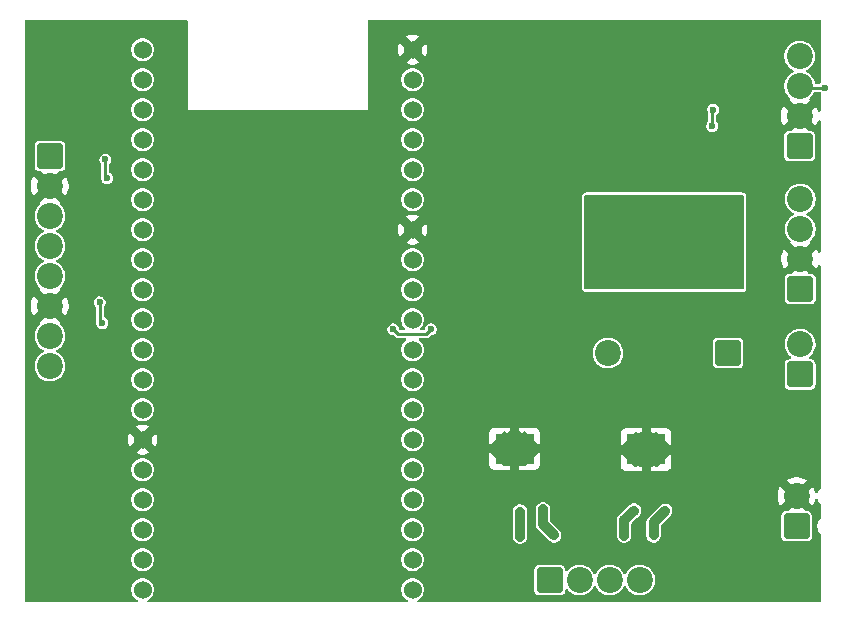
<source format=gbl>
%TF.GenerationSoftware,KiCad,Pcbnew,9.0.5*%
%TF.CreationDate,2025-11-06T15:20:43-08:00*%
%TF.ProjectId,ME507-EMBER,4d453530-372d-4454-9d42-45522e6b6963,rev?*%
%TF.SameCoordinates,Original*%
%TF.FileFunction,Copper,L2,Bot*%
%TF.FilePolarity,Positive*%
%FSLAX46Y46*%
G04 Gerber Fmt 4.6, Leading zero omitted, Abs format (unit mm)*
G04 Created by KiCad (PCBNEW 9.0.5) date 2025-11-06 15:20:43*
%MOMM*%
%LPD*%
G01*
G04 APERTURE LIST*
G04 Aperture macros list*
%AMRoundRect*
0 Rectangle with rounded corners*
0 $1 Rounding radius*
0 $2 $3 $4 $5 $6 $7 $8 $9 X,Y pos of 4 corners*
0 Add a 4 corners polygon primitive as box body*
4,1,4,$2,$3,$4,$5,$6,$7,$8,$9,$2,$3,0*
0 Add four circle primitives for the rounded corners*
1,1,$1+$1,$2,$3*
1,1,$1+$1,$4,$5*
1,1,$1+$1,$6,$7*
1,1,$1+$1,$8,$9*
0 Add four rect primitives between the rounded corners*
20,1,$1+$1,$2,$3,$4,$5,0*
20,1,$1+$1,$4,$5,$6,$7,0*
20,1,$1+$1,$6,$7,$8,$9,0*
20,1,$1+$1,$8,$9,$2,$3,0*%
G04 Aperture macros list end*
%TA.AperFunction,ComponentPad*%
%ADD10RoundRect,0.249999X0.850001X-0.850001X0.850001X0.850001X-0.850001X0.850001X-0.850001X-0.850001X0*%
%TD*%
%TA.AperFunction,ComponentPad*%
%ADD11C,2.200000*%
%TD*%
%TA.AperFunction,ComponentPad*%
%ADD12C,1.524000*%
%TD*%
%TA.AperFunction,ComponentPad*%
%ADD13C,0.630000*%
%TD*%
%TA.AperFunction,SMDPad,CuDef*%
%ADD14R,3.300000X2.600000*%
%TD*%
%TA.AperFunction,ComponentPad*%
%ADD15RoundRect,0.249999X-0.850001X-0.850001X0.850001X-0.850001X0.850001X0.850001X-0.850001X0.850001X0*%
%TD*%
%TA.AperFunction,ComponentPad*%
%ADD16RoundRect,0.249999X0.850001X0.850001X-0.850001X0.850001X-0.850001X-0.850001X0.850001X-0.850001X0*%
%TD*%
%TA.AperFunction,ComponentPad*%
%ADD17RoundRect,0.249999X-0.850001X0.850001X-0.850001X-0.850001X0.850001X-0.850001X0.850001X0.850001X0*%
%TD*%
%TA.AperFunction,ViaPad*%
%ADD18C,0.600000*%
%TD*%
%TA.AperFunction,Conductor*%
%ADD19C,0.254000*%
%TD*%
%TA.AperFunction,Conductor*%
%ADD20C,0.812800*%
%TD*%
G04 APERTURE END LIST*
D10*
%TO.P,J2,1,Pin_1*%
%TO.N,+3V3*%
X108720000Y-48860000D03*
D11*
%TO.P,J2,2,Pin_2*%
%TO.N,GND*%
X108720000Y-46320000D03*
%TO.P,J2,3,Pin_3*%
%TO.N,Net-(ESP32-GPIO21{slash}SDA)*%
X108720000Y-43780000D03*
%TO.P,J2,4,Pin_4*%
%TO.N,Net-(ESP32-GPIO22{slash}SCL)*%
X108720000Y-41240000D03*
%TD*%
D12*
%TO.P,ESP32,1,3V3*%
%TO.N,+3V3*%
X53080000Y-40698283D03*
%TO.P,ESP32,2,~{RST/EN}*%
%TO.N,unconnected-(ESP32-~{RST{slash}EN}-Pad2)*%
X53080000Y-43238283D03*
%TO.P,ESP32,3,GPIO36/ADC0*%
%TO.N,unconnected-(ESP32-GPIO36{slash}ADC0-Pad3)*%
X53080000Y-45778283D03*
%TO.P,ESP32,4,GPI39/ADC3*%
%TO.N,unconnected-(ESP32-GPI39{slash}ADC3-Pad4)*%
X53080000Y-48318283D03*
%TO.P,ESP32,5,GPI34/ADC6*%
%TO.N,Net-(ESP32-GPI34{slash}ADC6)*%
X53080000Y-50858283D03*
%TO.P,ESP32,6,GPI35/ADC7*%
%TO.N,Net-(ESP32-GPI35{slash}ADC7)*%
X53080000Y-53398283D03*
%TO.P,ESP32,7,GPIO32/ADC4*%
%TO.N,Net-(ESP32-GPIO32{slash}ADC4)*%
X53080000Y-55938283D03*
%TO.P,ESP32,8,GPIO33/ADC5*%
%TO.N,Net-(ESP32-GPIO33{slash}ADC5)*%
X53080000Y-58478283D03*
%TO.P,ESP32,9,GPIO25/DAC1*%
%TO.N,unconnected-(ESP32-GPIO25{slash}DAC1-Pad9)*%
X53080000Y-61018283D03*
%TO.P,ESP32,10,GPIO26/DAC2*%
%TO.N,unconnected-(ESP32-GPIO26{slash}DAC2-Pad10)*%
X53080000Y-63558283D03*
%TO.P,ESP32,11,GPIO27*%
%TO.N,unconnected-(ESP32-GPIO27-Pad11)*%
X53080000Y-66098283D03*
%TO.P,ESP32,12,GPIO14*%
%TO.N,unconnected-(ESP32-GPIO14-Pad12)*%
X53080000Y-68638283D03*
%TO.P,ESP32,13,GPIO12*%
%TO.N,Net-(ESP32-GPIO12)*%
X53080000Y-71178283D03*
%TO.P,ESP32,14,GND*%
%TO.N,GND*%
X53080000Y-73718283D03*
%TO.P,ESP32,15,GPIO13*%
%TO.N,Net-(ESP32-GPIO13)*%
X53080000Y-76258283D03*
%TO.P,ESP32,16,(RX1/F-D2)*%
%TO.N,unconnected-(ESP32-(RX1{slash}F-D2)-Pad16)*%
X53080000Y-78798283D03*
%TO.P,ESP32,17,(TX1/F-D3)*%
%TO.N,unconnected-(ESP32-(TX1{slash}F-D3)-Pad17)*%
X53080000Y-81338283D03*
%TO.P,ESP32,18,(F-CMD)*%
%TO.N,unconnected-(ESP32-(F-CMD)-Pad18)*%
X53080000Y-83878283D03*
%TO.P,ESP32,19,Vin5V*%
%TO.N,unconnected-(ESP32-Vin5V-Pad19)*%
X53080000Y-86418283D03*
%TO.P,ESP32,20,(F-CK)*%
%TO.N,unconnected-(ESP32-(F-CK)-Pad20)*%
X75940000Y-86418283D03*
%TO.P,ESP32,21,(F-D0)*%
%TO.N,unconnected-(ESP32-(F-D0)-Pad21)*%
X75940000Y-83878283D03*
%TO.P,ESP32,22,(F-D1)*%
%TO.N,unconnected-(ESP32-(F-D1)-Pad22)*%
X75940000Y-81338283D03*
%TO.P,ESP32,23,GPIO15*%
%TO.N,unconnected-(ESP32-GPIO15-Pad23)*%
X75940000Y-78798283D03*
%TO.P,ESP32,24,GPIO2*%
%TO.N,unconnected-(ESP32-GPIO2-Pad24)*%
X75940000Y-76258283D03*
%TO.P,ESP32,25,GPIO0/~{PROG}*%
%TO.N,unconnected-(ESP32-GPIO0{slash}~{PROG}-Pad25)*%
X75940000Y-73718283D03*
%TO.P,ESP32,26,GPIO4*%
%TO.N,unconnected-(ESP32-GPIO4-Pad26)*%
X75940000Y-71178283D03*
%TO.P,ESP32,27,GPIO16/RX2*%
%TO.N,Net-(ESP32-GPIO16{slash}RX2)*%
X75940000Y-68638283D03*
%TO.P,ESP32,28,GPIO17/TX2*%
%TO.N,Net-(ESP32-GPIO17{slash}TX2)*%
X75940000Y-66098283D03*
%TO.P,ESP32,29,GPIO5*%
%TO.N,Net-(ESP32-GPIO5)*%
X75940000Y-63558283D03*
%TO.P,ESP32,30,GPIO18/SCK*%
%TO.N,unconnected-(ESP32-GPIO18{slash}SCK-Pad30)*%
X75940000Y-61018283D03*
%TO.P,ESP32,31,GPIO19/CIPO*%
%TO.N,unconnected-(ESP32-GPIO19{slash}CIPO-Pad31)*%
X75940000Y-58478283D03*
%TO.P,ESP32,32,GND*%
%TO.N,GND*%
X75940000Y-55938283D03*
%TO.P,ESP32,33,GPIO21/SDA*%
%TO.N,Net-(ESP32-GPIO21{slash}SDA)*%
X75940000Y-53398283D03*
%TO.P,ESP32,34,GPIO3/RX0*%
%TO.N,unconnected-(ESP32-GPIO3{slash}RX0-Pad34)*%
X75940000Y-50858283D03*
%TO.P,ESP32,35,GPIO1/TX0*%
%TO.N,unconnected-(ESP32-GPIO1{slash}TX0-Pad35)*%
X75940000Y-48318283D03*
%TO.P,ESP32,36,GPIO22/SCL*%
%TO.N,Net-(ESP32-GPIO22{slash}SCL)*%
X75940000Y-45778283D03*
%TO.P,ESP32,37,GPIO23/COPI*%
%TO.N,unconnected-(ESP32-GPIO23{slash}COPI-Pad37)*%
X75940000Y-43238283D03*
%TO.P,ESP32,38,GND*%
%TO.N,GND*%
X75940000Y-40698283D03*
%TD*%
D13*
%TO.P,U2,9,GND*%
%TO.N,GND*%
X97015000Y-73895000D03*
X95715000Y-73895000D03*
X94415000Y-73895000D03*
D14*
X95715000Y-74545000D03*
D13*
X97015000Y-75195000D03*
X95715000Y-75195000D03*
X94415000Y-75195000D03*
%TD*%
D15*
%TO.P,J4,1,Pin_1*%
%TO.N,Net-(J4-Pin_1)*%
X87560000Y-85610000D03*
D11*
%TO.P,J4,2,Pin_2*%
%TO.N,Net-(J4-Pin_2)*%
X90100000Y-85610000D03*
%TO.P,J4,3,Pin_3*%
%TO.N,Net-(J4-Pin_3)*%
X92640000Y-85610000D03*
%TO.P,J4,4,Pin_4*%
%TO.N,Net-(J4-Pin_4)*%
X95180000Y-85610000D03*
%TD*%
D10*
%TO.P,J1,1,Pin_1*%
%TO.N,/Q_D*%
X108760000Y-68190000D03*
D11*
%TO.P,J1,2,Pin_2*%
%TO.N,/Vm*%
X108760000Y-65650000D03*
%TD*%
D16*
%TO.P,D1,1,K*%
%TO.N,/Vm*%
X102650000Y-66380000D03*
D11*
%TO.P,D1,2,A*%
%TO.N,/Q_D*%
X92490000Y-66380000D03*
%TD*%
D10*
%TO.P,J3,1,Pin_1*%
%TO.N,/Vm*%
X108460000Y-81040000D03*
D11*
%TO.P,J3,2,Pin_2*%
%TO.N,GND*%
X108460000Y-78500000D03*
%TD*%
D13*
%TO.P,U1,9,GND*%
%TO.N,GND*%
X85875000Y-73845000D03*
X84575000Y-73845000D03*
X83275000Y-73845000D03*
D14*
X84575000Y-74495000D03*
D13*
X85875000Y-75145000D03*
X84575000Y-75145000D03*
X83275000Y-75145000D03*
%TD*%
D10*
%TO.P,J6,1,Pin_1*%
%TO.N,+3V3*%
X108770000Y-60960000D03*
D11*
%TO.P,J6,2,Pin_2*%
%TO.N,GND*%
X108770000Y-58420000D03*
%TO.P,J6,3,Pin_3*%
%TO.N,Net-(ESP32-GPIO21{slash}SDA)*%
X108770000Y-55880000D03*
%TO.P,J6,4,Pin_4*%
%TO.N,Net-(ESP32-GPIO22{slash}SCL)*%
X108770000Y-53340000D03*
%TD*%
D17*
%TO.P,J5,1,Pin_1*%
%TO.N,+3V3*%
X45240000Y-49710000D03*
D11*
%TO.P,J5,2,Pin_2*%
%TO.N,GND*%
X45240000Y-52250000D03*
%TO.P,J5,3,Pin_3*%
%TO.N,Net-(ESP32-GPI34{slash}ADC6)*%
X45240000Y-54790000D03*
%TO.P,J5,4,Pin_4*%
%TO.N,Net-(ESP32-GPI35{slash}ADC7)*%
X45240000Y-57330000D03*
%TO.P,J5,5,Pin_5*%
%TO.N,+3V3*%
X45240000Y-59870000D03*
%TO.P,J5,6,Pin_6*%
%TO.N,GND*%
X45240000Y-62410000D03*
%TO.P,J5,7,Pin_7*%
%TO.N,Net-(ESP32-GPIO32{slash}ADC4)*%
X45240000Y-64950000D03*
%TO.P,J5,8,Pin_8*%
%TO.N,Net-(ESP32-GPIO33{slash}ADC5)*%
X45240000Y-67490000D03*
%TD*%
D18*
%TO.N,Net-(ESP32-GPIO32{slash}ADC4)*%
X49675129Y-63850000D03*
X49450000Y-62090000D03*
%TO.N,GND*%
X83000000Y-60000000D03*
X88500000Y-57000000D03*
X79730000Y-74867500D03*
X85000000Y-57000000D03*
X87000000Y-60000000D03*
X85000000Y-58500000D03*
X83000000Y-57000000D03*
X86480000Y-71620000D03*
X88500000Y-60000000D03*
X90530000Y-68982500D03*
X85000000Y-60000000D03*
X88665000Y-58675000D03*
X97690000Y-71750000D03*
X79700000Y-69380000D03*
X87000000Y-58500000D03*
X83000000Y-58500000D03*
X96360000Y-77600000D03*
X90360000Y-74760000D03*
X101850000Y-84182500D03*
X87000000Y-57000000D03*
X85200000Y-77350000D03*
%TO.N,Net-(ESP32-GPI35{slash}ADC7)*%
X49930000Y-50000000D03*
X50080000Y-51580000D03*
%TO.N,Net-(ESP32-GPIO21{slash}SDA)*%
X110830000Y-43920000D03*
%TO.N,Net-(ESP32-GPIO22{slash}SCL)*%
X101310000Y-47170000D03*
X101390000Y-45778283D03*
%TO.N,Net-(ESP32-GPIO12)*%
X77500000Y-64380000D03*
X74310000Y-64380000D03*
%TO.N,Net-(J4-Pin_3)*%
X94690000Y-79726200D03*
X93860000Y-81840000D03*
%TO.N,Net-(J4-Pin_4)*%
X96350000Y-81833800D03*
X97340000Y-79740000D03*
%TO.N,Net-(J4-Pin_2)*%
X86980000Y-79620000D03*
X87943800Y-81833800D03*
%TO.N,Net-(J4-Pin_1)*%
X85050000Y-79806200D03*
X85100000Y-81920000D03*
%TO.N,/Q_D*%
X103500000Y-55000000D03*
X96000000Y-53500000D03*
X102000000Y-53500000D03*
X99000000Y-55000000D03*
X94500000Y-55000000D03*
X94500000Y-56500000D03*
X91500000Y-58500000D03*
X103500000Y-58500000D03*
X96000000Y-58500000D03*
X97500000Y-55000000D03*
X100500000Y-58500000D03*
X93000000Y-55000000D03*
X93000000Y-58500000D03*
X102000000Y-55000000D03*
X102000000Y-58500000D03*
X103500000Y-60000000D03*
X91500000Y-55000000D03*
X97500000Y-60000000D03*
X102000000Y-56500000D03*
X93000000Y-56500000D03*
X99000000Y-56500000D03*
X91500000Y-56500000D03*
X94500000Y-60000000D03*
X94500000Y-53500000D03*
X93000000Y-60000000D03*
X97500000Y-58500000D03*
X97500000Y-53500000D03*
X100500000Y-56500000D03*
X103500000Y-56500000D03*
X99000000Y-60000000D03*
X100500000Y-60000000D03*
X97500000Y-56500000D03*
X93000000Y-53500000D03*
X96000000Y-56500000D03*
X100500000Y-55000000D03*
X96000000Y-55000000D03*
X96000000Y-60000000D03*
X102000000Y-60000000D03*
X99000000Y-53500000D03*
X99000000Y-58500000D03*
X94500000Y-58500000D03*
X103500000Y-53500000D03*
X91500000Y-53500000D03*
X91500000Y-60000000D03*
X100500000Y-53500000D03*
%TD*%
D19*
%TO.N,Net-(ESP32-GPIO32{slash}ADC4)*%
X49450000Y-63624871D02*
X49675129Y-63850000D01*
X49450000Y-62090000D02*
X49450000Y-63624871D01*
%TO.N,Net-(ESP32-GPI35{slash}ADC7)*%
X49930000Y-51430000D02*
X50080000Y-51580000D01*
X49930000Y-50000000D02*
X49930000Y-51430000D01*
%TO.N,Net-(ESP32-GPIO21{slash}SDA)*%
X110830000Y-43920000D02*
X108860000Y-43920000D01*
X108860000Y-43920000D02*
X108720000Y-43780000D01*
%TO.N,Net-(ESP32-GPIO22{slash}SCL)*%
X101310000Y-47170000D02*
X101310000Y-45858283D01*
X101310000Y-45858283D02*
X101390000Y-45778283D01*
%TO.N,Net-(ESP32-GPIO12)*%
X74700000Y-64770000D02*
X77110000Y-64770000D01*
X74310000Y-64380000D02*
X74700000Y-64770000D01*
X77110000Y-64770000D02*
X77500000Y-64380000D01*
D20*
%TO.N,Net-(J4-Pin_3)*%
X93860000Y-81840000D02*
X93860000Y-80556200D01*
X93860000Y-80556200D02*
X94690000Y-79726200D01*
%TO.N,Net-(J4-Pin_4)*%
X96350000Y-80730000D02*
X97340000Y-79740000D01*
X96350000Y-81833800D02*
X96350000Y-80730000D01*
%TO.N,Net-(J4-Pin_2)*%
X86980000Y-80870000D02*
X87943800Y-81833800D01*
X86980000Y-79620000D02*
X86980000Y-80870000D01*
%TO.N,Net-(J4-Pin_1)*%
X85050000Y-79806200D02*
X85050000Y-81940000D01*
%TD*%
%TA.AperFunction,Conductor*%
%TO.N,GND*%
G36*
X110443039Y-38177968D02*
G01*
X110488794Y-38230772D01*
X110500000Y-38282283D01*
X110500000Y-43468500D01*
X110480315Y-43535539D01*
X110427511Y-43581294D01*
X110376000Y-43592500D01*
X110112919Y-43592500D01*
X110045880Y-43572815D01*
X110000125Y-43520011D01*
X109990446Y-43487903D01*
X109988477Y-43475466D01*
X109925220Y-43280781D01*
X109832287Y-43098390D01*
X109824556Y-43087749D01*
X109711971Y-42932786D01*
X109567213Y-42788028D01*
X109401614Y-42667715D01*
X109317239Y-42624724D01*
X109308917Y-42620483D01*
X109258123Y-42572511D01*
X109241328Y-42504690D01*
X109263865Y-42438555D01*
X109308917Y-42399516D01*
X109401610Y-42352287D01*
X109456000Y-42312771D01*
X109567213Y-42231971D01*
X109567215Y-42231968D01*
X109567219Y-42231966D01*
X109711966Y-42087219D01*
X109711968Y-42087215D01*
X109711971Y-42087213D01*
X109764732Y-42014590D01*
X109832287Y-41921610D01*
X109925220Y-41739219D01*
X109988477Y-41544534D01*
X110020500Y-41342352D01*
X110020500Y-41137648D01*
X109988477Y-40935466D01*
X109987423Y-40932223D01*
X109943683Y-40797604D01*
X109925220Y-40740781D01*
X109925218Y-40740778D01*
X109925218Y-40740776D01*
X109878008Y-40648123D01*
X109832287Y-40558390D01*
X109824556Y-40547749D01*
X109711971Y-40392786D01*
X109567213Y-40248028D01*
X109401613Y-40127715D01*
X109401612Y-40127714D01*
X109401610Y-40127713D01*
X109344653Y-40098691D01*
X109219223Y-40034781D01*
X109024534Y-39971522D01*
X108849995Y-39943878D01*
X108822352Y-39939500D01*
X108617648Y-39939500D01*
X108593329Y-39943351D01*
X108415465Y-39971522D01*
X108220776Y-40034781D01*
X108038386Y-40127715D01*
X107872786Y-40248028D01*
X107728028Y-40392786D01*
X107607715Y-40558386D01*
X107514781Y-40740776D01*
X107451522Y-40935465D01*
X107419500Y-41137648D01*
X107419500Y-41342351D01*
X107451522Y-41544534D01*
X107514781Y-41739223D01*
X107607715Y-41921613D01*
X107728028Y-42087213D01*
X107872786Y-42231971D01*
X107984000Y-42312771D01*
X108038390Y-42352287D01*
X108103231Y-42385325D01*
X108131080Y-42399515D01*
X108181876Y-42447490D01*
X108198671Y-42515311D01*
X108176134Y-42581446D01*
X108131080Y-42620485D01*
X108038386Y-42667715D01*
X107872786Y-42788028D01*
X107728028Y-42932786D01*
X107607715Y-43098386D01*
X107514781Y-43280776D01*
X107451522Y-43475465D01*
X107419500Y-43677648D01*
X107419500Y-43882351D01*
X107451522Y-44084534D01*
X107514781Y-44279223D01*
X107569387Y-44386392D01*
X107586766Y-44420500D01*
X107607715Y-44461613D01*
X107728028Y-44627213D01*
X107873984Y-44773169D01*
X107907469Y-44834492D01*
X107902485Y-44904184D01*
X107885641Y-44926683D01*
X107881727Y-44951398D01*
X108700330Y-45770000D01*
X108647591Y-45770000D01*
X108507708Y-45807482D01*
X108382292Y-45879890D01*
X108279890Y-45982292D01*
X108207482Y-46107708D01*
X108170000Y-46247591D01*
X108170000Y-46300330D01*
X107351398Y-45481728D01*
X107237220Y-45705812D01*
X107237219Y-45705815D01*
X107159397Y-45945330D01*
X107120000Y-46194071D01*
X107120000Y-46445928D01*
X107159397Y-46694669D01*
X107237219Y-46934184D01*
X107351397Y-47158270D01*
X108170000Y-46339669D01*
X108170000Y-46392409D01*
X108207482Y-46532292D01*
X108279890Y-46657708D01*
X108382292Y-46760110D01*
X108507708Y-46832518D01*
X108647591Y-46870000D01*
X108700330Y-46870000D01*
X108047147Y-47523181D01*
X107985824Y-47556666D01*
X107959467Y-47559500D01*
X107815740Y-47559500D01*
X107803203Y-47560675D01*
X107785300Y-47562354D01*
X107785297Y-47562354D01*
X107785296Y-47562355D01*
X107785294Y-47562355D01*
X107657117Y-47607206D01*
X107547849Y-47687849D01*
X107467206Y-47797118D01*
X107422353Y-47925297D01*
X107422353Y-47925299D01*
X107419500Y-47955729D01*
X107419500Y-49764260D01*
X107419501Y-49764266D01*
X107422354Y-49794700D01*
X107422354Y-49794702D01*
X107422355Y-49794703D01*
X107422355Y-49794705D01*
X107467206Y-49922882D01*
X107547849Y-50032150D01*
X107602483Y-50072471D01*
X107657117Y-50112793D01*
X107699844Y-50127744D01*
X107785298Y-50157646D01*
X107792323Y-50158304D01*
X107815733Y-50160500D01*
X109624266Y-50160499D01*
X109654700Y-50157646D01*
X109782883Y-50112793D01*
X109892150Y-50032150D01*
X109972793Y-49922883D01*
X109995219Y-49858791D01*
X110017646Y-49794702D01*
X110017646Y-49794700D01*
X110020500Y-49764267D01*
X110020499Y-47955734D01*
X110017646Y-47925300D01*
X109972793Y-47797117D01*
X109892150Y-47687849D01*
X109818123Y-47633215D01*
X109782883Y-47607207D01*
X109782881Y-47607206D01*
X109654701Y-47562353D01*
X109624271Y-47559500D01*
X109480532Y-47559500D01*
X109413493Y-47539815D01*
X109392851Y-47523181D01*
X108739670Y-46870000D01*
X108792409Y-46870000D01*
X108932292Y-46832518D01*
X109057708Y-46760110D01*
X109160110Y-46657708D01*
X109232518Y-46532292D01*
X109270000Y-46392409D01*
X109270000Y-46339671D01*
X110088600Y-47158271D01*
X110202779Y-46934184D01*
X110258069Y-46764021D01*
X110297506Y-46706345D01*
X110361865Y-46679147D01*
X110430711Y-46691062D01*
X110482187Y-46738306D01*
X110500000Y-46802339D01*
X110500000Y-57783774D01*
X110480315Y-57850813D01*
X110427511Y-57896568D01*
X110358353Y-57906512D01*
X110294797Y-57877487D01*
X110258069Y-57822092D01*
X110252780Y-57805815D01*
X110138600Y-57581727D01*
X109320000Y-58400328D01*
X109320000Y-58347591D01*
X109282518Y-58207708D01*
X109210110Y-58082292D01*
X109107708Y-57979890D01*
X108982292Y-57907482D01*
X108842409Y-57870000D01*
X108789671Y-57870000D01*
X109608271Y-57051397D01*
X109605101Y-57031384D01*
X109596602Y-57023356D01*
X109579810Y-56955534D01*
X109602351Y-56889400D01*
X109616015Y-56873168D01*
X109617211Y-56871971D01*
X109617219Y-56871966D01*
X109761966Y-56727219D01*
X109882287Y-56561610D01*
X109975220Y-56379219D01*
X110038477Y-56184534D01*
X110070500Y-55982352D01*
X110070500Y-55777648D01*
X110047654Y-55633407D01*
X110038477Y-55575465D01*
X110004732Y-55471610D01*
X109975220Y-55380781D01*
X109975218Y-55380778D01*
X109975218Y-55380776D01*
X109928567Y-55289219D01*
X109882287Y-55198390D01*
X109874556Y-55187749D01*
X109761971Y-55032786D01*
X109617213Y-54888028D01*
X109451614Y-54767715D01*
X109445006Y-54764348D01*
X109358917Y-54720483D01*
X109308123Y-54672511D01*
X109291328Y-54604690D01*
X109313865Y-54538555D01*
X109358917Y-54499516D01*
X109451610Y-54452287D01*
X109472770Y-54436913D01*
X109617213Y-54331971D01*
X109617215Y-54331968D01*
X109617219Y-54331966D01*
X109761966Y-54187219D01*
X109761968Y-54187215D01*
X109761971Y-54187213D01*
X109819241Y-54108386D01*
X109882287Y-54021610D01*
X109975220Y-53839219D01*
X110038477Y-53644534D01*
X110070500Y-53442352D01*
X110070500Y-53237648D01*
X110046841Y-53088271D01*
X110038477Y-53035465D01*
X110000715Y-52919246D01*
X109975220Y-52840781D01*
X109975218Y-52840778D01*
X109975218Y-52840776D01*
X109935343Y-52762518D01*
X109882287Y-52658390D01*
X109874556Y-52647749D01*
X109761971Y-52492786D01*
X109617213Y-52348028D01*
X109451613Y-52227715D01*
X109451612Y-52227714D01*
X109451610Y-52227713D01*
X109394653Y-52198691D01*
X109269223Y-52134781D01*
X109074534Y-52071522D01*
X108899995Y-52043878D01*
X108872352Y-52039500D01*
X108667648Y-52039500D01*
X108643329Y-52043351D01*
X108465465Y-52071522D01*
X108270776Y-52134781D01*
X108088386Y-52227715D01*
X107922786Y-52348028D01*
X107778028Y-52492786D01*
X107657715Y-52658386D01*
X107564781Y-52840776D01*
X107501522Y-53035465D01*
X107469500Y-53237648D01*
X107469500Y-53442351D01*
X107501522Y-53644534D01*
X107564781Y-53839223D01*
X107617550Y-53942786D01*
X107652735Y-54011841D01*
X107657715Y-54021613D01*
X107778028Y-54187213D01*
X107922786Y-54331971D01*
X108077749Y-54444556D01*
X108088390Y-54452287D01*
X108179840Y-54498883D01*
X108181080Y-54499515D01*
X108231876Y-54547490D01*
X108248671Y-54615311D01*
X108226134Y-54681446D01*
X108181080Y-54720485D01*
X108088386Y-54767715D01*
X107922786Y-54888028D01*
X107778028Y-55032786D01*
X107657715Y-55198386D01*
X107564781Y-55380776D01*
X107501522Y-55575465D01*
X107473925Y-55749712D01*
X107469500Y-55777648D01*
X107469500Y-55982352D01*
X107471538Y-55995220D01*
X107501522Y-56184534D01*
X107564781Y-56379223D01*
X107617550Y-56482786D01*
X107652735Y-56551841D01*
X107657715Y-56561613D01*
X107778028Y-56727213D01*
X107923984Y-56873169D01*
X107957469Y-56934492D01*
X107952485Y-57004184D01*
X107935641Y-57026683D01*
X107931727Y-57051398D01*
X108750330Y-57870000D01*
X108697591Y-57870000D01*
X108557708Y-57907482D01*
X108432292Y-57979890D01*
X108329890Y-58082292D01*
X108257482Y-58207708D01*
X108220000Y-58347591D01*
X108220000Y-58400330D01*
X107401398Y-57581728D01*
X107287220Y-57805812D01*
X107287219Y-57805815D01*
X107209397Y-58045330D01*
X107170000Y-58294071D01*
X107170000Y-58545928D01*
X107209397Y-58794669D01*
X107287219Y-59034184D01*
X107401397Y-59258270D01*
X108220000Y-58439669D01*
X108220000Y-58492409D01*
X108257482Y-58632292D01*
X108329890Y-58757708D01*
X108432292Y-58860110D01*
X108557708Y-58932518D01*
X108697591Y-58970000D01*
X108750330Y-58970000D01*
X108097147Y-59623181D01*
X108035824Y-59656666D01*
X108009467Y-59659500D01*
X107865740Y-59659500D01*
X107853203Y-59660675D01*
X107835300Y-59662354D01*
X107835297Y-59662354D01*
X107835296Y-59662355D01*
X107835294Y-59662355D01*
X107707117Y-59707206D01*
X107597849Y-59787849D01*
X107517206Y-59897118D01*
X107472353Y-60025297D01*
X107472353Y-60025299D01*
X107469500Y-60055729D01*
X107469500Y-61864260D01*
X107469501Y-61864266D01*
X107472354Y-61894700D01*
X107472354Y-61894702D01*
X107472355Y-61894703D01*
X107472355Y-61894705D01*
X107517206Y-62022882D01*
X107597849Y-62132150D01*
X107630019Y-62155892D01*
X107707117Y-62212793D01*
X107749844Y-62227744D01*
X107835298Y-62257646D01*
X107842323Y-62258304D01*
X107865733Y-62260500D01*
X109674266Y-62260499D01*
X109704700Y-62257646D01*
X109832883Y-62212793D01*
X109942150Y-62132150D01*
X110022793Y-62022883D01*
X110066673Y-61897482D01*
X110067646Y-61894702D01*
X110067646Y-61894700D01*
X110070500Y-61864267D01*
X110070499Y-60055734D01*
X110067646Y-60025300D01*
X110022793Y-59897117D01*
X109942150Y-59787849D01*
X109868123Y-59733215D01*
X109832883Y-59707207D01*
X109832881Y-59707206D01*
X109704701Y-59662353D01*
X109674271Y-59659500D01*
X109530532Y-59659500D01*
X109463493Y-59639815D01*
X109442851Y-59623181D01*
X108789670Y-58970000D01*
X108842409Y-58970000D01*
X108982292Y-58932518D01*
X109107708Y-58860110D01*
X109210110Y-58757708D01*
X109282518Y-58632292D01*
X109320000Y-58492409D01*
X109320000Y-58439671D01*
X110138600Y-59258271D01*
X110252779Y-59034184D01*
X110258069Y-59017905D01*
X110297506Y-58960230D01*
X110361865Y-58933031D01*
X110430711Y-58944946D01*
X110482187Y-58992190D01*
X110500000Y-59056223D01*
X110500000Y-65568644D01*
X110499500Y-65571158D01*
X110499500Y-65728842D01*
X110500000Y-65731355D01*
X110500000Y-68099990D01*
X110499500Y-68110168D01*
X110499500Y-68269841D01*
X110500000Y-68280009D01*
X110500000Y-77816559D01*
X110480315Y-77883598D01*
X110463681Y-77904240D01*
X110378213Y-77989707D01*
X110378210Y-77989711D01*
X110290609Y-78120814D01*
X110290604Y-78120824D01*
X110263025Y-78187406D01*
X110219184Y-78241810D01*
X110152889Y-78263874D01*
X110085190Y-78246594D01*
X110037580Y-78195457D01*
X110025991Y-78159350D01*
X110020603Y-78125331D01*
X109942780Y-77885815D01*
X109828600Y-77661727D01*
X109010000Y-78480328D01*
X109010000Y-78427591D01*
X108972518Y-78287708D01*
X108900110Y-78162292D01*
X108797708Y-78059890D01*
X108672292Y-77987482D01*
X108532409Y-77950000D01*
X108479671Y-77950000D01*
X109298271Y-77131398D01*
X109074184Y-77017219D01*
X108834669Y-76939397D01*
X108585928Y-76900000D01*
X108334072Y-76900000D01*
X108085330Y-76939397D01*
X107845815Y-77017219D01*
X107845812Y-77017220D01*
X107621728Y-77131398D01*
X108440330Y-77950000D01*
X108387591Y-77950000D01*
X108247708Y-77987482D01*
X108122292Y-78059890D01*
X108019890Y-78162292D01*
X107947482Y-78287708D01*
X107910000Y-78427591D01*
X107910000Y-78480330D01*
X107091398Y-77661728D01*
X106977220Y-77885812D01*
X106977219Y-77885815D01*
X106899397Y-78125330D01*
X106860000Y-78374071D01*
X106860000Y-78625928D01*
X106899397Y-78874669D01*
X106977219Y-79114184D01*
X107091397Y-79338270D01*
X107910000Y-78519669D01*
X107910000Y-78572409D01*
X107947482Y-78712292D01*
X108019890Y-78837708D01*
X108122292Y-78940110D01*
X108247708Y-79012518D01*
X108387591Y-79050000D01*
X108440330Y-79050000D01*
X107787147Y-79703181D01*
X107725824Y-79736666D01*
X107699467Y-79739500D01*
X107555740Y-79739500D01*
X107543203Y-79740675D01*
X107525300Y-79742354D01*
X107525297Y-79742354D01*
X107525296Y-79742355D01*
X107525294Y-79742355D01*
X107397117Y-79787206D01*
X107287849Y-79867849D01*
X107207206Y-79977118D01*
X107162353Y-80105297D01*
X107162353Y-80105299D01*
X107159500Y-80135729D01*
X107159500Y-81944260D01*
X107159501Y-81944266D01*
X107162354Y-81974700D01*
X107162354Y-81974702D01*
X107162355Y-81974703D01*
X107162355Y-81974705D01*
X107207206Y-82102882D01*
X107287849Y-82212150D01*
X107342483Y-82252471D01*
X107397117Y-82292793D01*
X107439844Y-82307744D01*
X107525298Y-82337646D01*
X107532323Y-82338304D01*
X107555733Y-82340500D01*
X109364266Y-82340499D01*
X109394700Y-82337646D01*
X109522883Y-82292793D01*
X109632150Y-82212150D01*
X109712793Y-82102883D01*
X109741831Y-82019898D01*
X109757646Y-81974702D01*
X109757646Y-81974700D01*
X109760500Y-81944267D01*
X109760499Y-80135734D01*
X109757646Y-80105300D01*
X109712793Y-79977117D01*
X109700496Y-79960455D01*
X109632150Y-79867849D01*
X109548482Y-79806100D01*
X109522883Y-79787207D01*
X109522881Y-79787206D01*
X109394701Y-79742353D01*
X109364271Y-79739500D01*
X109220532Y-79739500D01*
X109153493Y-79719815D01*
X109132851Y-79703181D01*
X108479670Y-79050000D01*
X108532409Y-79050000D01*
X108672292Y-79012518D01*
X108797708Y-78940110D01*
X108900110Y-78837708D01*
X108972518Y-78712292D01*
X109010000Y-78572409D01*
X109010000Y-78519671D01*
X109828600Y-79338271D01*
X109942779Y-79114184D01*
X110020601Y-78874674D01*
X110025990Y-78840649D01*
X110055919Y-78777514D01*
X110115231Y-78740582D01*
X110185093Y-78741579D01*
X110243326Y-78780189D01*
X110263025Y-78812593D01*
X110290604Y-78879176D01*
X110290609Y-78879185D01*
X110378209Y-79010287D01*
X110378210Y-79010288D01*
X110378211Y-79010289D01*
X110463682Y-79095760D01*
X110497166Y-79157081D01*
X110500000Y-79183440D01*
X110500000Y-80356559D01*
X110480315Y-80423598D01*
X110463681Y-80444240D01*
X110378213Y-80529707D01*
X110378210Y-80529711D01*
X110290609Y-80660814D01*
X110290602Y-80660827D01*
X110230264Y-80806498D01*
X110230261Y-80806510D01*
X110199500Y-80961153D01*
X110199500Y-81118846D01*
X110230261Y-81273489D01*
X110230264Y-81273501D01*
X110290602Y-81419172D01*
X110290609Y-81419185D01*
X110378209Y-81550287D01*
X110378210Y-81550288D01*
X110378211Y-81550289D01*
X110463682Y-81635760D01*
X110497166Y-81697081D01*
X110500000Y-81723440D01*
X110500000Y-87376000D01*
X110480315Y-87443039D01*
X110427511Y-87488794D01*
X110376000Y-87500000D01*
X76462323Y-87500000D01*
X76395284Y-87480315D01*
X76349529Y-87427511D01*
X76339585Y-87358353D01*
X76368610Y-87294797D01*
X76393432Y-87272898D01*
X76395915Y-87271239D01*
X76553558Y-87165905D01*
X76687622Y-87031841D01*
X76792956Y-86874198D01*
X76865512Y-86699034D01*
X76902500Y-86513081D01*
X76902500Y-86323485D01*
X76865512Y-86137532D01*
X76792956Y-85962368D01*
X76754569Y-85904918D01*
X76687622Y-85804724D01*
X76553558Y-85670660D01*
X76395912Y-85565325D01*
X76220751Y-85492771D01*
X76220743Y-85492769D01*
X76034802Y-85455783D01*
X76034798Y-85455783D01*
X75845202Y-85455783D01*
X75845197Y-85455783D01*
X75659256Y-85492769D01*
X75659248Y-85492771D01*
X75484087Y-85565325D01*
X75326441Y-85670660D01*
X75192377Y-85804724D01*
X75087042Y-85962370D01*
X75014488Y-86137531D01*
X75014486Y-86137539D01*
X74977500Y-86323480D01*
X74977500Y-86513085D01*
X75014486Y-86699026D01*
X75014488Y-86699034D01*
X75087042Y-86874195D01*
X75192377Y-87031841D01*
X75326438Y-87165902D01*
X75326442Y-87165905D01*
X75486568Y-87272898D01*
X75531373Y-87326510D01*
X75540080Y-87395835D01*
X75509926Y-87458862D01*
X75450483Y-87495582D01*
X75417677Y-87500000D01*
X53602323Y-87500000D01*
X53535284Y-87480315D01*
X53489529Y-87427511D01*
X53479585Y-87358353D01*
X53508610Y-87294797D01*
X53533432Y-87272898D01*
X53535915Y-87271239D01*
X53693558Y-87165905D01*
X53827622Y-87031841D01*
X53932956Y-86874198D01*
X54005512Y-86699034D01*
X54042500Y-86513081D01*
X54042500Y-86323485D01*
X54005512Y-86137532D01*
X53932956Y-85962368D01*
X53894569Y-85904918D01*
X53827622Y-85804724D01*
X53693558Y-85670660D01*
X53535912Y-85565325D01*
X53360751Y-85492771D01*
X53360743Y-85492769D01*
X53174802Y-85455783D01*
X53174798Y-85455783D01*
X52985202Y-85455783D01*
X52985197Y-85455783D01*
X52799256Y-85492769D01*
X52799248Y-85492771D01*
X52624087Y-85565325D01*
X52466441Y-85670660D01*
X52332377Y-85804724D01*
X52227042Y-85962370D01*
X52154488Y-86137531D01*
X52154486Y-86137539D01*
X52117500Y-86323480D01*
X52117500Y-86513085D01*
X52154486Y-86699026D01*
X52154488Y-86699034D01*
X52227042Y-86874195D01*
X52332377Y-87031841D01*
X52466438Y-87165902D01*
X52466442Y-87165905D01*
X52626568Y-87272898D01*
X52671373Y-87326510D01*
X52680080Y-87395835D01*
X52649926Y-87458862D01*
X52590483Y-87495582D01*
X52557677Y-87500000D01*
X43254000Y-87500000D01*
X43186961Y-87480315D01*
X43141206Y-87427511D01*
X43130000Y-87376000D01*
X43130000Y-83783480D01*
X52117500Y-83783480D01*
X52117500Y-83973085D01*
X52154486Y-84159026D01*
X52154488Y-84159034D01*
X52227042Y-84334195D01*
X52332377Y-84491841D01*
X52466441Y-84625905D01*
X52571300Y-84695969D01*
X52624085Y-84731239D01*
X52799249Y-84803795D01*
X52985197Y-84840782D01*
X52985201Y-84840783D01*
X52985202Y-84840783D01*
X53174799Y-84840783D01*
X53174800Y-84840782D01*
X53360751Y-84803795D01*
X53535915Y-84731239D01*
X53693558Y-84625905D01*
X53827622Y-84491841D01*
X53932956Y-84334198D01*
X54005512Y-84159034D01*
X54042500Y-83973081D01*
X54042500Y-83783485D01*
X54042499Y-83783480D01*
X74977500Y-83783480D01*
X74977500Y-83973085D01*
X75014486Y-84159026D01*
X75014488Y-84159034D01*
X75087042Y-84334195D01*
X75192377Y-84491841D01*
X75326441Y-84625905D01*
X75431300Y-84695969D01*
X75484085Y-84731239D01*
X75659249Y-84803795D01*
X75845197Y-84840782D01*
X75845201Y-84840783D01*
X75845202Y-84840783D01*
X76034799Y-84840783D01*
X76034800Y-84840782D01*
X76220751Y-84803795D01*
X76395915Y-84731239D01*
X76434093Y-84705729D01*
X86259500Y-84705729D01*
X86259500Y-86514260D01*
X86260580Y-86525779D01*
X86262354Y-86544700D01*
X86262354Y-86544702D01*
X86262355Y-86544703D01*
X86262355Y-86544705D01*
X86307206Y-86672882D01*
X86387849Y-86782150D01*
X86432655Y-86815218D01*
X86497117Y-86862793D01*
X86529702Y-86874195D01*
X86625298Y-86907646D01*
X86632323Y-86908304D01*
X86655733Y-86910500D01*
X88464266Y-86910499D01*
X88494700Y-86907646D01*
X88622883Y-86862793D01*
X88732150Y-86782150D01*
X88812793Y-86672883D01*
X88837608Y-86601966D01*
X88857646Y-86544702D01*
X88857646Y-86544700D01*
X88860500Y-86514267D01*
X88860499Y-86498153D01*
X88880180Y-86431116D01*
X88932982Y-86385358D01*
X89002140Y-86375411D01*
X89065697Y-86404433D01*
X89084817Y-86425265D01*
X89108028Y-86457212D01*
X89108032Y-86457217D01*
X89252786Y-86601971D01*
X89407749Y-86714556D01*
X89418390Y-86722287D01*
X89534607Y-86781503D01*
X89600776Y-86815218D01*
X89600778Y-86815218D01*
X89600781Y-86815220D01*
X89705137Y-86849127D01*
X89795465Y-86878477D01*
X89896557Y-86894488D01*
X89997648Y-86910500D01*
X89997649Y-86910500D01*
X90202351Y-86910500D01*
X90202352Y-86910500D01*
X90404534Y-86878477D01*
X90599219Y-86815220D01*
X90781610Y-86722287D01*
X90874590Y-86654732D01*
X90947213Y-86601971D01*
X90947215Y-86601968D01*
X90947219Y-86601966D01*
X91091966Y-86457219D01*
X91091968Y-86457215D01*
X91091971Y-86457213D01*
X91212284Y-86291614D01*
X91212285Y-86291613D01*
X91212287Y-86291610D01*
X91259516Y-86198917D01*
X91307489Y-86148123D01*
X91375310Y-86131328D01*
X91441445Y-86153865D01*
X91480485Y-86198919D01*
X91527715Y-86291614D01*
X91648028Y-86457213D01*
X91792786Y-86601971D01*
X91947749Y-86714556D01*
X91958390Y-86722287D01*
X92074607Y-86781503D01*
X92140776Y-86815218D01*
X92140778Y-86815218D01*
X92140781Y-86815220D01*
X92245137Y-86849127D01*
X92335465Y-86878477D01*
X92436557Y-86894488D01*
X92537648Y-86910500D01*
X92537649Y-86910500D01*
X92742351Y-86910500D01*
X92742352Y-86910500D01*
X92944534Y-86878477D01*
X93139219Y-86815220D01*
X93321610Y-86722287D01*
X93414590Y-86654732D01*
X93487213Y-86601971D01*
X93487215Y-86601968D01*
X93487219Y-86601966D01*
X93631966Y-86457219D01*
X93631968Y-86457215D01*
X93631971Y-86457213D01*
X93752284Y-86291614D01*
X93752285Y-86291613D01*
X93752287Y-86291610D01*
X93799516Y-86198917D01*
X93847489Y-86148123D01*
X93915310Y-86131328D01*
X93981445Y-86153865D01*
X94020485Y-86198919D01*
X94067715Y-86291614D01*
X94188028Y-86457213D01*
X94332786Y-86601971D01*
X94487749Y-86714556D01*
X94498390Y-86722287D01*
X94614607Y-86781503D01*
X94680776Y-86815218D01*
X94680778Y-86815218D01*
X94680781Y-86815220D01*
X94785137Y-86849127D01*
X94875465Y-86878477D01*
X94976557Y-86894488D01*
X95077648Y-86910500D01*
X95077649Y-86910500D01*
X95282351Y-86910500D01*
X95282352Y-86910500D01*
X95484534Y-86878477D01*
X95679219Y-86815220D01*
X95861610Y-86722287D01*
X95954590Y-86654732D01*
X96027213Y-86601971D01*
X96027215Y-86601968D01*
X96027219Y-86601966D01*
X96171966Y-86457219D01*
X96171968Y-86457215D01*
X96171971Y-86457213D01*
X96224732Y-86384590D01*
X96292287Y-86291610D01*
X96385220Y-86109219D01*
X96448477Y-85914534D01*
X96480500Y-85712352D01*
X96480500Y-85507648D01*
X96448477Y-85305466D01*
X96385220Y-85110781D01*
X96385218Y-85110778D01*
X96385218Y-85110776D01*
X96339515Y-85021080D01*
X96292287Y-84928390D01*
X96284556Y-84917749D01*
X96171971Y-84762786D01*
X96027213Y-84618028D01*
X95861613Y-84497715D01*
X95861612Y-84497714D01*
X95861610Y-84497713D01*
X95804653Y-84468691D01*
X95679223Y-84404781D01*
X95484534Y-84341522D01*
X95300371Y-84312354D01*
X95282352Y-84309500D01*
X95077648Y-84309500D01*
X95059635Y-84312353D01*
X94875465Y-84341522D01*
X94680776Y-84404781D01*
X94498386Y-84497715D01*
X94332786Y-84618028D01*
X94188028Y-84762786D01*
X94067715Y-84928386D01*
X94020485Y-85021080D01*
X93972510Y-85071876D01*
X93904689Y-85088671D01*
X93838554Y-85066134D01*
X93799515Y-85021080D01*
X93798883Y-85019840D01*
X93752287Y-84928390D01*
X93744556Y-84917749D01*
X93631971Y-84762786D01*
X93487213Y-84618028D01*
X93321613Y-84497715D01*
X93321612Y-84497714D01*
X93321610Y-84497713D01*
X93264653Y-84468691D01*
X93139223Y-84404781D01*
X92944534Y-84341522D01*
X92760371Y-84312354D01*
X92742352Y-84309500D01*
X92537648Y-84309500D01*
X92519635Y-84312353D01*
X92335465Y-84341522D01*
X92140776Y-84404781D01*
X91958386Y-84497715D01*
X91792786Y-84618028D01*
X91648028Y-84762786D01*
X91527715Y-84928386D01*
X91480485Y-85021080D01*
X91432510Y-85071876D01*
X91364689Y-85088671D01*
X91298554Y-85066134D01*
X91259515Y-85021080D01*
X91258883Y-85019840D01*
X91212287Y-84928390D01*
X91204556Y-84917749D01*
X91091971Y-84762786D01*
X90947213Y-84618028D01*
X90781613Y-84497715D01*
X90781612Y-84497714D01*
X90781610Y-84497713D01*
X90724653Y-84468691D01*
X90599223Y-84404781D01*
X90404534Y-84341522D01*
X90220371Y-84312354D01*
X90202352Y-84309500D01*
X89997648Y-84309500D01*
X89979635Y-84312353D01*
X89795465Y-84341522D01*
X89600776Y-84404781D01*
X89418386Y-84497715D01*
X89252786Y-84618028D01*
X89108032Y-84762782D01*
X89108028Y-84762787D01*
X89084817Y-84794735D01*
X89029487Y-84837401D01*
X88959874Y-84843380D01*
X88898079Y-84810774D01*
X88863722Y-84749936D01*
X88860499Y-84721850D01*
X88860499Y-84705739D01*
X88860499Y-84705734D01*
X88857646Y-84675300D01*
X88812793Y-84547117D01*
X88772000Y-84491844D01*
X88732150Y-84437849D01*
X88658123Y-84383215D01*
X88622883Y-84357207D01*
X88622881Y-84357206D01*
X88494701Y-84312353D01*
X88464270Y-84309500D01*
X86655739Y-84309500D01*
X86641751Y-84310811D01*
X86625300Y-84312354D01*
X86625297Y-84312354D01*
X86625296Y-84312355D01*
X86625294Y-84312355D01*
X86497117Y-84357206D01*
X86387849Y-84437849D01*
X86307206Y-84547118D01*
X86262353Y-84675297D01*
X86262353Y-84675299D01*
X86259500Y-84705729D01*
X76434093Y-84705729D01*
X76553558Y-84625905D01*
X76553561Y-84625902D01*
X76564311Y-84615153D01*
X76687619Y-84491844D01*
X76687622Y-84491841D01*
X76792956Y-84334198D01*
X76865512Y-84159034D01*
X76902500Y-83973081D01*
X76902500Y-83783485D01*
X76865512Y-83597532D01*
X76792956Y-83422368D01*
X76757686Y-83369583D01*
X76687622Y-83264724D01*
X76553558Y-83130660D01*
X76395912Y-83025325D01*
X76220751Y-82952771D01*
X76220743Y-82952769D01*
X76034802Y-82915783D01*
X76034798Y-82915783D01*
X75845202Y-82915783D01*
X75845197Y-82915783D01*
X75659256Y-82952769D01*
X75659248Y-82952771D01*
X75484087Y-83025325D01*
X75326441Y-83130660D01*
X75192377Y-83264724D01*
X75087042Y-83422370D01*
X75014488Y-83597531D01*
X75014486Y-83597539D01*
X74977500Y-83783480D01*
X54042499Y-83783480D01*
X54005512Y-83597532D01*
X53932956Y-83422368D01*
X53897686Y-83369583D01*
X53827622Y-83264724D01*
X53693558Y-83130660D01*
X53535912Y-83025325D01*
X53360751Y-82952771D01*
X53360743Y-82952769D01*
X53174802Y-82915783D01*
X53174798Y-82915783D01*
X52985202Y-82915783D01*
X52985197Y-82915783D01*
X52799256Y-82952769D01*
X52799248Y-82952771D01*
X52624087Y-83025325D01*
X52466441Y-83130660D01*
X52332377Y-83264724D01*
X52227042Y-83422370D01*
X52154488Y-83597531D01*
X52154486Y-83597539D01*
X52117500Y-83783480D01*
X43130000Y-83783480D01*
X43130000Y-81243480D01*
X52117500Y-81243480D01*
X52117500Y-81433085D01*
X52154486Y-81619026D01*
X52154488Y-81619034D01*
X52227042Y-81794195D01*
X52332377Y-81951841D01*
X52466441Y-82085905D01*
X52491851Y-82102883D01*
X52624085Y-82191239D01*
X52799249Y-82263795D01*
X52985197Y-82300782D01*
X52985201Y-82300783D01*
X52985202Y-82300783D01*
X53174799Y-82300783D01*
X53174800Y-82300782D01*
X53360751Y-82263795D01*
X53535915Y-82191239D01*
X53693558Y-82085905D01*
X53827622Y-81951841D01*
X53932956Y-81794198D01*
X54005512Y-81619034D01*
X54042500Y-81433081D01*
X54042500Y-81243485D01*
X54042499Y-81243480D01*
X74977500Y-81243480D01*
X74977500Y-81433085D01*
X75014486Y-81619026D01*
X75014488Y-81619034D01*
X75087042Y-81794195D01*
X75192377Y-81951841D01*
X75326441Y-82085905D01*
X75351851Y-82102883D01*
X75484085Y-82191239D01*
X75659249Y-82263795D01*
X75845197Y-82300782D01*
X75845201Y-82300783D01*
X75845202Y-82300783D01*
X76034799Y-82300783D01*
X76034800Y-82300782D01*
X76220751Y-82263795D01*
X76395915Y-82191239D01*
X76553558Y-82085905D01*
X76687622Y-81951841D01*
X76792956Y-81794198D01*
X76865512Y-81619034D01*
X76902500Y-81433081D01*
X76902500Y-81243485D01*
X76865512Y-81057532D01*
X76792956Y-80882368D01*
X76742269Y-80806510D01*
X76687622Y-80724724D01*
X76553558Y-80590660D01*
X76395912Y-80485325D01*
X76220751Y-80412771D01*
X76220743Y-80412769D01*
X76034802Y-80375783D01*
X76034798Y-80375783D01*
X75845202Y-80375783D01*
X75845197Y-80375783D01*
X75659256Y-80412769D01*
X75659248Y-80412771D01*
X75484087Y-80485325D01*
X75326441Y-80590660D01*
X75192377Y-80724724D01*
X75087042Y-80882370D01*
X75014488Y-81057531D01*
X75014486Y-81057539D01*
X74977500Y-81243480D01*
X54042499Y-81243480D01*
X54005512Y-81057532D01*
X53932956Y-80882368D01*
X53882269Y-80806510D01*
X53827622Y-80724724D01*
X53693558Y-80590660D01*
X53535912Y-80485325D01*
X53360751Y-80412771D01*
X53360743Y-80412769D01*
X53174802Y-80375783D01*
X53174798Y-80375783D01*
X52985202Y-80375783D01*
X52985197Y-80375783D01*
X52799256Y-80412769D01*
X52799248Y-80412771D01*
X52624087Y-80485325D01*
X52466441Y-80590660D01*
X52332377Y-80724724D01*
X52227042Y-80882370D01*
X52154488Y-81057531D01*
X52154486Y-81057539D01*
X52117500Y-81243480D01*
X43130000Y-81243480D01*
X43130000Y-78703480D01*
X52117500Y-78703480D01*
X52117500Y-78893085D01*
X52154486Y-79079026D01*
X52154488Y-79079034D01*
X52227042Y-79254195D01*
X52332377Y-79411841D01*
X52466441Y-79545905D01*
X52505413Y-79571945D01*
X52624085Y-79651239D01*
X52799249Y-79723795D01*
X52985197Y-79760782D01*
X52985201Y-79760783D01*
X52985202Y-79760783D01*
X53174799Y-79760783D01*
X53174800Y-79760782D01*
X53360751Y-79723795D01*
X53535915Y-79651239D01*
X53693558Y-79545905D01*
X53827622Y-79411841D01*
X53932956Y-79254198D01*
X54005512Y-79079034D01*
X54042500Y-78893081D01*
X54042500Y-78703485D01*
X54042499Y-78703480D01*
X74977500Y-78703480D01*
X74977500Y-78893085D01*
X75014486Y-79079026D01*
X75014488Y-79079034D01*
X75087042Y-79254195D01*
X75192377Y-79411841D01*
X75326441Y-79545905D01*
X75365413Y-79571945D01*
X75484085Y-79651239D01*
X75659249Y-79723795D01*
X75845197Y-79760782D01*
X75845201Y-79760783D01*
X75845202Y-79760783D01*
X76034799Y-79760783D01*
X76034800Y-79760782D01*
X76208157Y-79726300D01*
X84443100Y-79726300D01*
X84443100Y-82019899D01*
X84484459Y-82174256D01*
X84506625Y-82212647D01*
X84564359Y-82312645D01*
X84677355Y-82425641D01*
X84815745Y-82505541D01*
X84970100Y-82546900D01*
X84970102Y-82546900D01*
X85129898Y-82546900D01*
X85129900Y-82546900D01*
X85284255Y-82505541D01*
X85422645Y-82425641D01*
X85535641Y-82312645D01*
X85615541Y-82174255D01*
X85656900Y-82019900D01*
X85656900Y-79726300D01*
X85615541Y-79571945D01*
X85597155Y-79540100D01*
X86373100Y-79540100D01*
X86373100Y-80949899D01*
X86414459Y-81104256D01*
X86422883Y-81118846D01*
X86494359Y-81242645D01*
X87571155Y-82319441D01*
X87709545Y-82399341D01*
X87863900Y-82440700D01*
X87863902Y-82440700D01*
X88023698Y-82440700D01*
X88023700Y-82440700D01*
X88178055Y-82399341D01*
X88316445Y-82319441D01*
X88429441Y-82206445D01*
X88509341Y-82068055D01*
X88550700Y-81913700D01*
X88550700Y-81753900D01*
X88509341Y-81599545D01*
X88429441Y-81461155D01*
X87623219Y-80654933D01*
X87608515Y-80628005D01*
X87591923Y-80602187D01*
X87591031Y-80595986D01*
X87589734Y-80593610D01*
X87586900Y-80567252D01*
X87586900Y-80476300D01*
X93253100Y-80476300D01*
X93253100Y-81919899D01*
X93294459Y-82074256D01*
X93301185Y-82085905D01*
X93374359Y-82212645D01*
X93487355Y-82325641D01*
X93625745Y-82405541D01*
X93780100Y-82446900D01*
X93780102Y-82446900D01*
X93939898Y-82446900D01*
X93939900Y-82446900D01*
X94094255Y-82405541D01*
X94232645Y-82325641D01*
X94345641Y-82212645D01*
X94425541Y-82074255D01*
X94466900Y-81919900D01*
X94466900Y-80858948D01*
X94486585Y-80791909D01*
X94503219Y-80771267D01*
X94624386Y-80650100D01*
X95743100Y-80650100D01*
X95743100Y-81913700D01*
X95751291Y-81944270D01*
X95784459Y-82068056D01*
X95804567Y-82102883D01*
X95864359Y-82206445D01*
X95977355Y-82319441D01*
X96115745Y-82399341D01*
X96270100Y-82440700D01*
X96270102Y-82440700D01*
X96429898Y-82440700D01*
X96429900Y-82440700D01*
X96584255Y-82399341D01*
X96722645Y-82319441D01*
X96835641Y-82206445D01*
X96915541Y-82068055D01*
X96956900Y-81913700D01*
X96956900Y-81032748D01*
X96976585Y-80965709D01*
X96993219Y-80945067D01*
X97383994Y-80554292D01*
X97825641Y-80112646D01*
X97905541Y-79974255D01*
X97946900Y-79819901D01*
X97946900Y-79660100D01*
X97905541Y-79505746D01*
X97825641Y-79367355D01*
X97712645Y-79254359D01*
X97574254Y-79174459D01*
X97419900Y-79133100D01*
X97260099Y-79133100D01*
X97105745Y-79174459D01*
X97105742Y-79174460D01*
X96967357Y-79254357D01*
X96967351Y-79254361D01*
X95977355Y-80244359D01*
X95864361Y-80357352D01*
X95864359Y-80357355D01*
X95784459Y-80495743D01*
X95749020Y-80628005D01*
X95743100Y-80650100D01*
X94624386Y-80650100D01*
X94720194Y-80554292D01*
X94943880Y-80330606D01*
X95175641Y-80098845D01*
X95255541Y-79960455D01*
X95296900Y-79806100D01*
X95296900Y-79646300D01*
X95255541Y-79491946D01*
X95175641Y-79353555D01*
X95062645Y-79240559D01*
X94924254Y-79160659D01*
X94769900Y-79119300D01*
X94610100Y-79119300D01*
X94455743Y-79160659D01*
X94317355Y-79240559D01*
X94317352Y-79240561D01*
X93374361Y-80183552D01*
X93374359Y-80183555D01*
X93294459Y-80321943D01*
X93253100Y-80476300D01*
X87586900Y-80476300D01*
X87586900Y-79540102D01*
X87586900Y-79540100D01*
X87545541Y-79385745D01*
X87465641Y-79247355D01*
X87352645Y-79134359D01*
X87256806Y-79079026D01*
X87214256Y-79054459D01*
X87124204Y-79030330D01*
X87059900Y-79013100D01*
X86900100Y-79013100D01*
X86745743Y-79054459D01*
X86607355Y-79134359D01*
X86607352Y-79134361D01*
X86494361Y-79247352D01*
X86494359Y-79247355D01*
X86414459Y-79385743D01*
X86373100Y-79540100D01*
X85597155Y-79540100D01*
X85535641Y-79433555D01*
X85422645Y-79320559D01*
X85353450Y-79280609D01*
X85284256Y-79240659D01*
X85207077Y-79219979D01*
X85129900Y-79199300D01*
X84970100Y-79199300D01*
X84815743Y-79240659D01*
X84677355Y-79320559D01*
X84677352Y-79320561D01*
X84564361Y-79433552D01*
X84564359Y-79433555D01*
X84484459Y-79571943D01*
X84443100Y-79726300D01*
X76208157Y-79726300D01*
X76220751Y-79723795D01*
X76395915Y-79651239D01*
X76553558Y-79545905D01*
X76687622Y-79411841D01*
X76792956Y-79254198D01*
X76865512Y-79079034D01*
X76902500Y-78893081D01*
X76902500Y-78703485D01*
X76865512Y-78517532D01*
X76792957Y-78342370D01*
X76792957Y-78342369D01*
X76687622Y-78184724D01*
X76553558Y-78050660D01*
X76395912Y-77945325D01*
X76220751Y-77872771D01*
X76220743Y-77872769D01*
X76034802Y-77835783D01*
X76034798Y-77835783D01*
X75845202Y-77835783D01*
X75845197Y-77835783D01*
X75659256Y-77872769D01*
X75659248Y-77872771D01*
X75484087Y-77945325D01*
X75326441Y-78050660D01*
X75192377Y-78184724D01*
X75087042Y-78342370D01*
X75014488Y-78517531D01*
X75014486Y-78517539D01*
X74977500Y-78703480D01*
X54042499Y-78703480D01*
X54005512Y-78517532D01*
X53932956Y-78342368D01*
X53896433Y-78287708D01*
X53827622Y-78184724D01*
X53693558Y-78050660D01*
X53535912Y-77945325D01*
X53360751Y-77872771D01*
X53360743Y-77872769D01*
X53174802Y-77835783D01*
X53174798Y-77835783D01*
X52985202Y-77835783D01*
X52985197Y-77835783D01*
X52799256Y-77872769D01*
X52799248Y-77872771D01*
X52624087Y-77945325D01*
X52466441Y-78050660D01*
X52332377Y-78184724D01*
X52227042Y-78342370D01*
X52154488Y-78517531D01*
X52154486Y-78517539D01*
X52117500Y-78703480D01*
X43130000Y-78703480D01*
X43130000Y-76163480D01*
X52117500Y-76163480D01*
X52117500Y-76353085D01*
X52154486Y-76539026D01*
X52154488Y-76539034D01*
X52227042Y-76714195D01*
X52332377Y-76871841D01*
X52466441Y-77005905D01*
X52564312Y-77071300D01*
X52624085Y-77111239D01*
X52799249Y-77183795D01*
X52985197Y-77220782D01*
X52985201Y-77220783D01*
X52985202Y-77220783D01*
X53174799Y-77220783D01*
X53174800Y-77220782D01*
X53360751Y-77183795D01*
X53535915Y-77111239D01*
X53693558Y-77005905D01*
X53827622Y-76871841D01*
X53932956Y-76714198D01*
X54005512Y-76539034D01*
X54042500Y-76353081D01*
X54042500Y-76163485D01*
X54042499Y-76163480D01*
X74977500Y-76163480D01*
X74977500Y-76353085D01*
X75014486Y-76539026D01*
X75014488Y-76539034D01*
X75087042Y-76714195D01*
X75192377Y-76871841D01*
X75326441Y-77005905D01*
X75424312Y-77071300D01*
X75484085Y-77111239D01*
X75659249Y-77183795D01*
X75845197Y-77220782D01*
X75845201Y-77220783D01*
X75845202Y-77220783D01*
X76034799Y-77220783D01*
X76034800Y-77220782D01*
X76220751Y-77183795D01*
X76395915Y-77111239D01*
X76553558Y-77005905D01*
X76687622Y-76871841D01*
X76792956Y-76714198D01*
X76865512Y-76539034D01*
X76902500Y-76353081D01*
X76902500Y-76163485D01*
X76865512Y-75977532D01*
X76809722Y-75842844D01*
X82425000Y-75842844D01*
X82431401Y-75902372D01*
X82431403Y-75902379D01*
X82481645Y-76037086D01*
X82481649Y-76037093D01*
X82567809Y-76152187D01*
X82567812Y-76152190D01*
X82682906Y-76238350D01*
X82682913Y-76238354D01*
X82817620Y-76288596D01*
X82817627Y-76288598D01*
X82877155Y-76294999D01*
X82877172Y-76295000D01*
X84200000Y-76295000D01*
X84200000Y-75993369D01*
X84115564Y-75983804D01*
X84101454Y-75977865D01*
X84086187Y-75976773D01*
X84068612Y-75965478D01*
X84950000Y-75965478D01*
X84950000Y-76295000D01*
X86272828Y-76295000D01*
X86272844Y-76294999D01*
X86332372Y-76288598D01*
X86332379Y-76288596D01*
X86467086Y-76238354D01*
X86467093Y-76238350D01*
X86582187Y-76152190D01*
X86582190Y-76152187D01*
X86668350Y-76037093D01*
X86668354Y-76037086D01*
X86718596Y-75902379D01*
X86718598Y-75902372D01*
X86719623Y-75892844D01*
X93565000Y-75892844D01*
X93571401Y-75952372D01*
X93571403Y-75952379D01*
X93621645Y-76087086D01*
X93621649Y-76087093D01*
X93707809Y-76202187D01*
X93707812Y-76202190D01*
X93822906Y-76288350D01*
X93822913Y-76288354D01*
X93957620Y-76338596D01*
X93957627Y-76338598D01*
X94017155Y-76344999D01*
X94017172Y-76345000D01*
X95340000Y-76345000D01*
X95340000Y-76043369D01*
X96090000Y-76043369D01*
X96090000Y-76345000D01*
X97412828Y-76345000D01*
X97412844Y-76344999D01*
X97472372Y-76338598D01*
X97472379Y-76338596D01*
X97607086Y-76288354D01*
X97607093Y-76288350D01*
X97722187Y-76202190D01*
X97722190Y-76202187D01*
X97808350Y-76087093D01*
X97808354Y-76087086D01*
X97858596Y-75952379D01*
X97858598Y-75952372D01*
X97864999Y-75892844D01*
X97865000Y-75892827D01*
X97865000Y-74920000D01*
X97735477Y-74920000D01*
X96657204Y-75998274D01*
X96595881Y-76031759D01*
X96526189Y-76026775D01*
X96481842Y-75998274D01*
X96365000Y-75881432D01*
X96248158Y-75998274D01*
X96186835Y-76031758D01*
X96174435Y-76033804D01*
X96090000Y-76043369D01*
X95340000Y-76043369D01*
X95255564Y-76033804D01*
X95241454Y-76027865D01*
X95226187Y-76026773D01*
X95202133Y-76011314D01*
X95191166Y-76006698D01*
X95188182Y-76002348D01*
X95181841Y-75998273D01*
X95065000Y-75881432D01*
X94948158Y-75998274D01*
X94886835Y-76031759D01*
X94817143Y-76026775D01*
X94772796Y-75998274D01*
X93936701Y-75162179D01*
X94250000Y-75162179D01*
X94250000Y-75227821D01*
X94275119Y-75288465D01*
X94321535Y-75334881D01*
X94382179Y-75360000D01*
X94447821Y-75360000D01*
X94508465Y-75334881D01*
X94554881Y-75288465D01*
X94580000Y-75227821D01*
X94580000Y-75195000D01*
X94860478Y-75195000D01*
X95065000Y-75399522D01*
X95269522Y-75195000D01*
X95236701Y-75162179D01*
X95550000Y-75162179D01*
X95550000Y-75227821D01*
X95575119Y-75288465D01*
X95621535Y-75334881D01*
X95682179Y-75360000D01*
X95747821Y-75360000D01*
X95808465Y-75334881D01*
X95854881Y-75288465D01*
X95880000Y-75227821D01*
X95880000Y-75195000D01*
X96160478Y-75195000D01*
X96365000Y-75399522D01*
X96569522Y-75195000D01*
X96536701Y-75162179D01*
X96850000Y-75162179D01*
X96850000Y-75227821D01*
X96875119Y-75288465D01*
X96921535Y-75334881D01*
X96982179Y-75360000D01*
X97047821Y-75360000D01*
X97108465Y-75334881D01*
X97154881Y-75288465D01*
X97180000Y-75227821D01*
X97180000Y-75162179D01*
X97154881Y-75101535D01*
X97108465Y-75055119D01*
X97047821Y-75030000D01*
X96982179Y-75030000D01*
X96921535Y-75055119D01*
X96875119Y-75101535D01*
X96850000Y-75162179D01*
X96536701Y-75162179D01*
X96365000Y-74990478D01*
X96160478Y-75195000D01*
X95880000Y-75195000D01*
X95880000Y-75162179D01*
X95854881Y-75101535D01*
X95808465Y-75055119D01*
X95747821Y-75030000D01*
X95682179Y-75030000D01*
X95621535Y-75055119D01*
X95575119Y-75101535D01*
X95550000Y-75162179D01*
X95236701Y-75162179D01*
X95065000Y-74990478D01*
X94860478Y-75195000D01*
X94580000Y-75195000D01*
X94580000Y-75162179D01*
X94554881Y-75101535D01*
X94508465Y-75055119D01*
X94447821Y-75030000D01*
X94382179Y-75030000D01*
X94321535Y-75055119D01*
X94275119Y-75101535D01*
X94250000Y-75162179D01*
X93936701Y-75162179D01*
X93694522Y-74920000D01*
X93565000Y-74920000D01*
X93565000Y-75892844D01*
X86719623Y-75892844D01*
X86724999Y-75842844D01*
X86725000Y-75842827D01*
X86725000Y-74870000D01*
X86595477Y-74870000D01*
X85517204Y-75948274D01*
X85455881Y-75981759D01*
X85386189Y-75976775D01*
X85341842Y-75948274D01*
X85225000Y-75831432D01*
X85108158Y-75948274D01*
X85046835Y-75981758D01*
X84977143Y-75976774D01*
X84955817Y-75963068D01*
X84950000Y-75965478D01*
X84068612Y-75965478D01*
X84062133Y-75961314D01*
X84051166Y-75956698D01*
X84048182Y-75952348D01*
X84041841Y-75948273D01*
X83925000Y-75831432D01*
X83808158Y-75948274D01*
X83746835Y-75981759D01*
X83677143Y-75976775D01*
X83632796Y-75948274D01*
X82796701Y-75112179D01*
X83110000Y-75112179D01*
X83110000Y-75177821D01*
X83135119Y-75238465D01*
X83181535Y-75284881D01*
X83242179Y-75310000D01*
X83307821Y-75310000D01*
X83368465Y-75284881D01*
X83414881Y-75238465D01*
X83440000Y-75177821D01*
X83440000Y-75145000D01*
X83720478Y-75145000D01*
X83925000Y-75349522D01*
X84129522Y-75145000D01*
X84096701Y-75112179D01*
X84410000Y-75112179D01*
X84410000Y-75177821D01*
X84435119Y-75238465D01*
X84481535Y-75284881D01*
X84542179Y-75310000D01*
X84607821Y-75310000D01*
X84668465Y-75284881D01*
X84714881Y-75238465D01*
X84740000Y-75177821D01*
X84740000Y-75145000D01*
X85020478Y-75145000D01*
X85225000Y-75349522D01*
X85429522Y-75145000D01*
X85396701Y-75112179D01*
X85710000Y-75112179D01*
X85710000Y-75177821D01*
X85735119Y-75238465D01*
X85781535Y-75284881D01*
X85842179Y-75310000D01*
X85907821Y-75310000D01*
X85968465Y-75284881D01*
X86014881Y-75238465D01*
X86040000Y-75177821D01*
X86040000Y-75112179D01*
X86014881Y-75051535D01*
X85968465Y-75005119D01*
X85907821Y-74980000D01*
X85842179Y-74980000D01*
X85781535Y-75005119D01*
X85735119Y-75051535D01*
X85710000Y-75112179D01*
X85396701Y-75112179D01*
X85225000Y-74940478D01*
X85020478Y-75145000D01*
X84740000Y-75145000D01*
X84740000Y-75112179D01*
X84714881Y-75051535D01*
X84668465Y-75005119D01*
X84607821Y-74980000D01*
X84542179Y-74980000D01*
X84481535Y-75005119D01*
X84435119Y-75051535D01*
X84410000Y-75112179D01*
X84096701Y-75112179D01*
X83925000Y-74940478D01*
X83720478Y-75145000D01*
X83440000Y-75145000D01*
X83440000Y-75112179D01*
X83414881Y-75051535D01*
X83368465Y-75005119D01*
X83307821Y-74980000D01*
X83242179Y-74980000D01*
X83181535Y-75005119D01*
X83135119Y-75051535D01*
X83110000Y-75112179D01*
X82796701Y-75112179D01*
X82554522Y-74870000D01*
X82425000Y-74870000D01*
X82425000Y-75842844D01*
X76809722Y-75842844D01*
X76792956Y-75802368D01*
X76757686Y-75749583D01*
X76687622Y-75644724D01*
X76553558Y-75510660D01*
X76395912Y-75405325D01*
X76220751Y-75332771D01*
X76220743Y-75332769D01*
X76034802Y-75295783D01*
X76034798Y-75295783D01*
X75845202Y-75295783D01*
X75845197Y-75295783D01*
X75659256Y-75332769D01*
X75659248Y-75332771D01*
X75484087Y-75405325D01*
X75326441Y-75510660D01*
X75192377Y-75644724D01*
X75087042Y-75802370D01*
X75014488Y-75977531D01*
X75014486Y-75977539D01*
X74977500Y-76163480D01*
X54042499Y-76163480D01*
X54005512Y-75977532D01*
X53932956Y-75802368D01*
X53897686Y-75749583D01*
X53827622Y-75644724D01*
X53693558Y-75510660D01*
X53535912Y-75405325D01*
X53360751Y-75332771D01*
X53360743Y-75332769D01*
X53174802Y-75295783D01*
X53174798Y-75295783D01*
X52985202Y-75295783D01*
X52985197Y-75295783D01*
X52799256Y-75332769D01*
X52799248Y-75332771D01*
X52624087Y-75405325D01*
X52466441Y-75510660D01*
X52332377Y-75644724D01*
X52227042Y-75802370D01*
X52154488Y-75977531D01*
X52154486Y-75977539D01*
X52117500Y-76163480D01*
X43130000Y-76163480D01*
X43130000Y-74835581D01*
X52493029Y-74835581D01*
X52595555Y-74887822D01*
X52784480Y-74949208D01*
X52980679Y-74980283D01*
X53179321Y-74980283D01*
X53375519Y-74949208D01*
X53564438Y-74887823D01*
X53666969Y-74835581D01*
X53080001Y-74248613D01*
X53080000Y-74248613D01*
X52493029Y-74835581D01*
X43130000Y-74835581D01*
X43130000Y-73618961D01*
X51818000Y-73618961D01*
X51818000Y-73817604D01*
X51849075Y-74013803D01*
X51849075Y-74013806D01*
X51910457Y-74202720D01*
X51962700Y-74305251D01*
X52549670Y-73718283D01*
X52499510Y-73668123D01*
X52699000Y-73668123D01*
X52699000Y-73768443D01*
X52724964Y-73865344D01*
X52775124Y-73952223D01*
X52846060Y-74023159D01*
X52932939Y-74073319D01*
X53029840Y-74099283D01*
X53130160Y-74099283D01*
X53227061Y-74073319D01*
X53313940Y-74023159D01*
X53384876Y-73952223D01*
X53435036Y-73865344D01*
X53461000Y-73768443D01*
X53461000Y-73718282D01*
X53610330Y-73718282D01*
X53610330Y-73718284D01*
X54197298Y-74305252D01*
X54249540Y-74202721D01*
X54310925Y-74013802D01*
X54342000Y-73817604D01*
X54342000Y-73623480D01*
X74977500Y-73623480D01*
X74977500Y-73813085D01*
X75014486Y-73999026D01*
X75014488Y-73999034D01*
X75087042Y-74174195D01*
X75192377Y-74331841D01*
X75326441Y-74465905D01*
X75431300Y-74535969D01*
X75484085Y-74571239D01*
X75659249Y-74643795D01*
X75845197Y-74680782D01*
X75845201Y-74680783D01*
X75845202Y-74680783D01*
X76034799Y-74680783D01*
X76034800Y-74680782D01*
X76220751Y-74643795D01*
X76395915Y-74571239D01*
X76553558Y-74465905D01*
X76687622Y-74331841D01*
X76792956Y-74174198D01*
X76865512Y-73999034D01*
X76902500Y-73813081D01*
X76902500Y-73623485D01*
X76865512Y-73437532D01*
X76792956Y-73262368D01*
X76715973Y-73147155D01*
X82425000Y-73147155D01*
X82425000Y-74120000D01*
X82554522Y-74120000D01*
X82554522Y-74119999D01*
X82862343Y-73812179D01*
X83110000Y-73812179D01*
X83110000Y-73877821D01*
X83135119Y-73938465D01*
X83181535Y-73984881D01*
X83242179Y-74010000D01*
X83307821Y-74010000D01*
X83368465Y-73984881D01*
X83414881Y-73938465D01*
X83440000Y-73877821D01*
X83440000Y-73845000D01*
X83720478Y-73845000D01*
X83925000Y-74049522D01*
X84129522Y-73845000D01*
X84096701Y-73812179D01*
X84410000Y-73812179D01*
X84410000Y-73877821D01*
X84435119Y-73938465D01*
X84481535Y-73984881D01*
X84542179Y-74010000D01*
X84607821Y-74010000D01*
X84668465Y-73984881D01*
X84714881Y-73938465D01*
X84740000Y-73877821D01*
X84740000Y-73845000D01*
X85020478Y-73845000D01*
X85225000Y-74049522D01*
X85429522Y-73845000D01*
X85396701Y-73812179D01*
X85710000Y-73812179D01*
X85710000Y-73877821D01*
X85735119Y-73938465D01*
X85781535Y-73984881D01*
X85842179Y-74010000D01*
X85907821Y-74010000D01*
X85968465Y-73984881D01*
X86014881Y-73938465D01*
X86040000Y-73877821D01*
X86040000Y-73812179D01*
X86014881Y-73751535D01*
X85968465Y-73705119D01*
X85907821Y-73680000D01*
X85842179Y-73680000D01*
X85781535Y-73705119D01*
X85735119Y-73751535D01*
X85710000Y-73812179D01*
X85396701Y-73812179D01*
X85225000Y-73640478D01*
X85020478Y-73845000D01*
X84740000Y-73845000D01*
X84740000Y-73812179D01*
X84714881Y-73751535D01*
X84668465Y-73705119D01*
X84607821Y-73680000D01*
X84542179Y-73680000D01*
X84481535Y-73705119D01*
X84435119Y-73751535D01*
X84410000Y-73812179D01*
X84096701Y-73812179D01*
X83925000Y-73640478D01*
X83720478Y-73845000D01*
X83440000Y-73845000D01*
X83440000Y-73812179D01*
X83414881Y-73751535D01*
X83368465Y-73705119D01*
X83307821Y-73680000D01*
X83242179Y-73680000D01*
X83181535Y-73705119D01*
X83135119Y-73751535D01*
X83110000Y-73812179D01*
X82862343Y-73812179D01*
X82968565Y-73705957D01*
X83632796Y-73041726D01*
X83694119Y-73008241D01*
X83763811Y-73013225D01*
X83808158Y-73041726D01*
X83924999Y-73158567D01*
X84041840Y-73041726D01*
X84103164Y-73008241D01*
X84172855Y-73013225D01*
X84194182Y-73026931D01*
X84200000Y-73024521D01*
X84950000Y-73024521D01*
X84958133Y-73027890D01*
X84994117Y-73008241D01*
X85063809Y-73013225D01*
X85108158Y-73041726D01*
X85225000Y-73158568D01*
X85341842Y-73041726D01*
X85403165Y-73008241D01*
X85472857Y-73013225D01*
X85517204Y-73041726D01*
X86595478Y-74120000D01*
X86725000Y-74120000D01*
X86725000Y-73197155D01*
X93565000Y-73197155D01*
X93565000Y-74170000D01*
X93694522Y-74170000D01*
X93694522Y-74169999D01*
X94002343Y-73862179D01*
X94250000Y-73862179D01*
X94250000Y-73927821D01*
X94275119Y-73988465D01*
X94321535Y-74034881D01*
X94382179Y-74060000D01*
X94447821Y-74060000D01*
X94508465Y-74034881D01*
X94554881Y-73988465D01*
X94580000Y-73927821D01*
X94580000Y-73895000D01*
X94860478Y-73895000D01*
X95065000Y-74099522D01*
X95269522Y-73895000D01*
X95236701Y-73862179D01*
X95550000Y-73862179D01*
X95550000Y-73927821D01*
X95575119Y-73988465D01*
X95621535Y-74034881D01*
X95682179Y-74060000D01*
X95747821Y-74060000D01*
X95808465Y-74034881D01*
X95854881Y-73988465D01*
X95880000Y-73927821D01*
X95880000Y-73895000D01*
X96160478Y-73895000D01*
X96365000Y-74099522D01*
X96569522Y-73895000D01*
X96536701Y-73862179D01*
X96850000Y-73862179D01*
X96850000Y-73927821D01*
X96875119Y-73988465D01*
X96921535Y-74034881D01*
X96982179Y-74060000D01*
X97047821Y-74060000D01*
X97108465Y-74034881D01*
X97154881Y-73988465D01*
X97180000Y-73927821D01*
X97180000Y-73862179D01*
X97154881Y-73801535D01*
X97108465Y-73755119D01*
X97047821Y-73730000D01*
X96982179Y-73730000D01*
X96921535Y-73755119D01*
X96875119Y-73801535D01*
X96850000Y-73862179D01*
X96536701Y-73862179D01*
X96365000Y-73690478D01*
X96160478Y-73895000D01*
X95880000Y-73895000D01*
X95880000Y-73862179D01*
X95854881Y-73801535D01*
X95808465Y-73755119D01*
X95747821Y-73730000D01*
X95682179Y-73730000D01*
X95621535Y-73755119D01*
X95575119Y-73801535D01*
X95550000Y-73862179D01*
X95236701Y-73862179D01*
X95065000Y-73690478D01*
X94860478Y-73895000D01*
X94580000Y-73895000D01*
X94580000Y-73862179D01*
X94554881Y-73801535D01*
X94508465Y-73755119D01*
X94447821Y-73730000D01*
X94382179Y-73730000D01*
X94321535Y-73755119D01*
X94275119Y-73801535D01*
X94250000Y-73862179D01*
X94002343Y-73862179D01*
X94108565Y-73755957D01*
X94772796Y-73091726D01*
X94834119Y-73058241D01*
X94903811Y-73063225D01*
X94948158Y-73091726D01*
X95064999Y-73208567D01*
X95181840Y-73091726D01*
X95243164Y-73058241D01*
X95312855Y-73063225D01*
X95334182Y-73076931D01*
X95340000Y-73074521D01*
X96090000Y-73074521D01*
X96098133Y-73077890D01*
X96134117Y-73058241D01*
X96203809Y-73063225D01*
X96248158Y-73091726D01*
X96365000Y-73208568D01*
X96481842Y-73091726D01*
X96543165Y-73058241D01*
X96612857Y-73063225D01*
X96657204Y-73091726D01*
X97735478Y-74170000D01*
X97865000Y-74170000D01*
X97865000Y-73197172D01*
X97864999Y-73197155D01*
X97858598Y-73137627D01*
X97858596Y-73137620D01*
X97808354Y-73002913D01*
X97808350Y-73002906D01*
X97722190Y-72887812D01*
X97722187Y-72887809D01*
X97607093Y-72801649D01*
X97607086Y-72801645D01*
X97472379Y-72751403D01*
X97472372Y-72751401D01*
X97412844Y-72745000D01*
X96090000Y-72745000D01*
X96090000Y-73074521D01*
X95340000Y-73074521D01*
X95340000Y-72745000D01*
X94017155Y-72745000D01*
X93957627Y-72751401D01*
X93957620Y-72751403D01*
X93822913Y-72801645D01*
X93822906Y-72801649D01*
X93707812Y-72887809D01*
X93707809Y-72887812D01*
X93621649Y-73002906D01*
X93621645Y-73002913D01*
X93571403Y-73137620D01*
X93571401Y-73137627D01*
X93565000Y-73197155D01*
X86725000Y-73197155D01*
X86725000Y-73147172D01*
X86724999Y-73147155D01*
X86718598Y-73087627D01*
X86718596Y-73087620D01*
X86668354Y-72952913D01*
X86668350Y-72952906D01*
X86582190Y-72837812D01*
X86582187Y-72837809D01*
X86467093Y-72751649D01*
X86467086Y-72751645D01*
X86332379Y-72701403D01*
X86332372Y-72701401D01*
X86272844Y-72695000D01*
X84950000Y-72695000D01*
X84950000Y-73024521D01*
X84200000Y-73024521D01*
X84200000Y-72695000D01*
X82877155Y-72695000D01*
X82817627Y-72701401D01*
X82817620Y-72701403D01*
X82682913Y-72751645D01*
X82682906Y-72751649D01*
X82567812Y-72837809D01*
X82567809Y-72837812D01*
X82481649Y-72952906D01*
X82481645Y-72952913D01*
X82431403Y-73087620D01*
X82431401Y-73087627D01*
X82425000Y-73147155D01*
X76715973Y-73147155D01*
X76687622Y-73104725D01*
X76687621Y-73104724D01*
X76687619Y-73104721D01*
X76553558Y-72970660D01*
X76395912Y-72865325D01*
X76220751Y-72792771D01*
X76220743Y-72792769D01*
X76034802Y-72755783D01*
X76034798Y-72755783D01*
X75845202Y-72755783D01*
X75845197Y-72755783D01*
X75659256Y-72792769D01*
X75659248Y-72792771D01*
X75484087Y-72865325D01*
X75326441Y-72970660D01*
X75192377Y-73104724D01*
X75087042Y-73262370D01*
X75014488Y-73437531D01*
X75014486Y-73437539D01*
X74977500Y-73623480D01*
X54342000Y-73623480D01*
X54342000Y-73618961D01*
X54310925Y-73422763D01*
X54249539Y-73233838D01*
X54197298Y-73131312D01*
X53610330Y-73718282D01*
X53461000Y-73718282D01*
X53461000Y-73668123D01*
X53435036Y-73571222D01*
X53384876Y-73484343D01*
X53313940Y-73413407D01*
X53227061Y-73363247D01*
X53130160Y-73337283D01*
X53029840Y-73337283D01*
X52932939Y-73363247D01*
X52846060Y-73413407D01*
X52775124Y-73484343D01*
X52724964Y-73571222D01*
X52699000Y-73668123D01*
X52499510Y-73668123D01*
X51962699Y-73131312D01*
X51910458Y-73233843D01*
X51910458Y-73233844D01*
X51849075Y-73422759D01*
X51849075Y-73422762D01*
X51818000Y-73618961D01*
X43130000Y-73618961D01*
X43130000Y-72600982D01*
X52493029Y-72600982D01*
X53080000Y-73187953D01*
X53080001Y-73187953D01*
X53666968Y-72600983D01*
X53564437Y-72548740D01*
X53375522Y-72487358D01*
X53179321Y-72456283D01*
X52980679Y-72456283D01*
X52784479Y-72487358D01*
X52784476Y-72487358D01*
X52595561Y-72548741D01*
X52595560Y-72548741D01*
X52493029Y-72600982D01*
X43130000Y-72600982D01*
X43130000Y-71083480D01*
X52117500Y-71083480D01*
X52117500Y-71273085D01*
X52154486Y-71459026D01*
X52154488Y-71459034D01*
X52227042Y-71634195D01*
X52332377Y-71791841D01*
X52466441Y-71925905D01*
X52571300Y-71995969D01*
X52624085Y-72031239D01*
X52799249Y-72103795D01*
X52985197Y-72140782D01*
X52985201Y-72140783D01*
X52985202Y-72140783D01*
X53174799Y-72140783D01*
X53174800Y-72140782D01*
X53360751Y-72103795D01*
X53535915Y-72031239D01*
X53693558Y-71925905D01*
X53827622Y-71791841D01*
X53932956Y-71634198D01*
X54005512Y-71459034D01*
X54042500Y-71273081D01*
X54042500Y-71083485D01*
X54042499Y-71083480D01*
X74977500Y-71083480D01*
X74977500Y-71273085D01*
X75014486Y-71459026D01*
X75014488Y-71459034D01*
X75087042Y-71634195D01*
X75192377Y-71791841D01*
X75326441Y-71925905D01*
X75431300Y-71995969D01*
X75484085Y-72031239D01*
X75659249Y-72103795D01*
X75845197Y-72140782D01*
X75845201Y-72140783D01*
X75845202Y-72140783D01*
X76034799Y-72140783D01*
X76034800Y-72140782D01*
X76220751Y-72103795D01*
X76395915Y-72031239D01*
X76553558Y-71925905D01*
X76687622Y-71791841D01*
X76792956Y-71634198D01*
X76865512Y-71459034D01*
X76902500Y-71273081D01*
X76902500Y-71083485D01*
X76865512Y-70897532D01*
X76792956Y-70722368D01*
X76757686Y-70669583D01*
X76687622Y-70564724D01*
X76553558Y-70430660D01*
X76395912Y-70325325D01*
X76220751Y-70252771D01*
X76220743Y-70252769D01*
X76034802Y-70215783D01*
X76034798Y-70215783D01*
X75845202Y-70215783D01*
X75845197Y-70215783D01*
X75659256Y-70252769D01*
X75659248Y-70252771D01*
X75484087Y-70325325D01*
X75326441Y-70430660D01*
X75192377Y-70564724D01*
X75087042Y-70722370D01*
X75014488Y-70897531D01*
X75014486Y-70897539D01*
X74977500Y-71083480D01*
X54042499Y-71083480D01*
X54005512Y-70897532D01*
X53932956Y-70722368D01*
X53897686Y-70669583D01*
X53827622Y-70564724D01*
X53693558Y-70430660D01*
X53535912Y-70325325D01*
X53360751Y-70252771D01*
X53360743Y-70252769D01*
X53174802Y-70215783D01*
X53174798Y-70215783D01*
X52985202Y-70215783D01*
X52985197Y-70215783D01*
X52799256Y-70252769D01*
X52799248Y-70252771D01*
X52624087Y-70325325D01*
X52466441Y-70430660D01*
X52332377Y-70564724D01*
X52227042Y-70722370D01*
X52154488Y-70897531D01*
X52154486Y-70897539D01*
X52117500Y-71083480D01*
X43130000Y-71083480D01*
X43130000Y-52124071D01*
X43640000Y-52124071D01*
X43640000Y-52375928D01*
X43679397Y-52624669D01*
X43757219Y-52864184D01*
X43871397Y-53088270D01*
X44690000Y-52269669D01*
X44690000Y-52322409D01*
X44727482Y-52462292D01*
X44799890Y-52587708D01*
X44902292Y-52690110D01*
X45027708Y-52762518D01*
X45167591Y-52800000D01*
X45220330Y-52800000D01*
X44401727Y-53618600D01*
X44404896Y-53638610D01*
X44413393Y-53646635D01*
X44430190Y-53714456D01*
X44407654Y-53780591D01*
X44393986Y-53796829D01*
X44248027Y-53942788D01*
X44127715Y-54108386D01*
X44034781Y-54290776D01*
X43971522Y-54485465D01*
X43939500Y-54687648D01*
X43939500Y-54892351D01*
X43971522Y-55094534D01*
X44034781Y-55289223D01*
X44081433Y-55380781D01*
X44118660Y-55453843D01*
X44127715Y-55471613D01*
X44248028Y-55637213D01*
X44392786Y-55781971D01*
X44538895Y-55888123D01*
X44558390Y-55902287D01*
X44629034Y-55938282D01*
X44651080Y-55949515D01*
X44701876Y-55997490D01*
X44718671Y-56065311D01*
X44696134Y-56131446D01*
X44651080Y-56170485D01*
X44558386Y-56217715D01*
X44392786Y-56338028D01*
X44248028Y-56482786D01*
X44127715Y-56648386D01*
X44034781Y-56830776D01*
X43971522Y-57025465D01*
X43939500Y-57227648D01*
X43939500Y-57432351D01*
X43971522Y-57634534D01*
X44034781Y-57829223D01*
X44127715Y-58011613D01*
X44248028Y-58177213D01*
X44392786Y-58321971D01*
X44547749Y-58434556D01*
X44558390Y-58442287D01*
X44649840Y-58488883D01*
X44651080Y-58489515D01*
X44701876Y-58537490D01*
X44718671Y-58605311D01*
X44696134Y-58671446D01*
X44651080Y-58710485D01*
X44558386Y-58757715D01*
X44392786Y-58878028D01*
X44248028Y-59022786D01*
X44127715Y-59188386D01*
X44034781Y-59370776D01*
X43971522Y-59565465D01*
X43939500Y-59767648D01*
X43939500Y-59972351D01*
X43971522Y-60174534D01*
X44034781Y-60369223D01*
X44127715Y-60551613D01*
X44248028Y-60717213D01*
X44393984Y-60863169D01*
X44427469Y-60924492D01*
X44422485Y-60994184D01*
X44405641Y-61016683D01*
X44401727Y-61041398D01*
X45220330Y-61860000D01*
X45167591Y-61860000D01*
X45027708Y-61897482D01*
X44902292Y-61969890D01*
X44799890Y-62072292D01*
X44727482Y-62197708D01*
X44690000Y-62337591D01*
X44690000Y-62390330D01*
X43871398Y-61571728D01*
X43757220Y-61795812D01*
X43757219Y-61795815D01*
X43679397Y-62035330D01*
X43640000Y-62284071D01*
X43640000Y-62535928D01*
X43679397Y-62784669D01*
X43757219Y-63024184D01*
X43871397Y-63248270D01*
X44690000Y-62429669D01*
X44690000Y-62482409D01*
X44727482Y-62622292D01*
X44799890Y-62747708D01*
X44902292Y-62850110D01*
X45027708Y-62922518D01*
X45167591Y-62960000D01*
X45220330Y-62960000D01*
X44401727Y-63778600D01*
X44404896Y-63798610D01*
X44413393Y-63806635D01*
X44430190Y-63874456D01*
X44407654Y-63940591D01*
X44393986Y-63956829D01*
X44248027Y-64102788D01*
X44127715Y-64268386D01*
X44034781Y-64450776D01*
X43971522Y-64645465D01*
X43939500Y-64847648D01*
X43939500Y-65052351D01*
X43971522Y-65254534D01*
X44034781Y-65449223D01*
X44127715Y-65631613D01*
X44248028Y-65797213D01*
X44392786Y-65941971D01*
X44512820Y-66029179D01*
X44558390Y-66062287D01*
X44649840Y-66108883D01*
X44651080Y-66109515D01*
X44701876Y-66157490D01*
X44718671Y-66225311D01*
X44696134Y-66291446D01*
X44651080Y-66330485D01*
X44558386Y-66377715D01*
X44392786Y-66498028D01*
X44248028Y-66642786D01*
X44127715Y-66808386D01*
X44034781Y-66990776D01*
X43971522Y-67185465D01*
X43939500Y-67387648D01*
X43939500Y-67592351D01*
X43971522Y-67794534D01*
X44034781Y-67989223D01*
X44127715Y-68171613D01*
X44248028Y-68337213D01*
X44392786Y-68481971D01*
X44512820Y-68569179D01*
X44558390Y-68602287D01*
X44674607Y-68661503D01*
X44740776Y-68695218D01*
X44740778Y-68695218D01*
X44740781Y-68695220D01*
X44845137Y-68729127D01*
X44935465Y-68758477D01*
X45036557Y-68774488D01*
X45137648Y-68790500D01*
X45137649Y-68790500D01*
X45342351Y-68790500D01*
X45342352Y-68790500D01*
X45544534Y-68758477D01*
X45739219Y-68695220D01*
X45921610Y-68602287D01*
X46002550Y-68543480D01*
X52117500Y-68543480D01*
X52117500Y-68733085D01*
X52154486Y-68919026D01*
X52154488Y-68919034D01*
X52227042Y-69094195D01*
X52332377Y-69251841D01*
X52466441Y-69385905D01*
X52571300Y-69455969D01*
X52624085Y-69491239D01*
X52799249Y-69563795D01*
X52985197Y-69600782D01*
X52985201Y-69600783D01*
X52985202Y-69600783D01*
X53174799Y-69600783D01*
X53174800Y-69600782D01*
X53360751Y-69563795D01*
X53535915Y-69491239D01*
X53693558Y-69385905D01*
X53827622Y-69251841D01*
X53932956Y-69094198D01*
X54005512Y-68919034D01*
X54042500Y-68733081D01*
X54042500Y-68543485D01*
X54042499Y-68543480D01*
X74977500Y-68543480D01*
X74977500Y-68733085D01*
X75014486Y-68919026D01*
X75014488Y-68919034D01*
X75087042Y-69094195D01*
X75192377Y-69251841D01*
X75326441Y-69385905D01*
X75431300Y-69455969D01*
X75484085Y-69491239D01*
X75659249Y-69563795D01*
X75845197Y-69600782D01*
X75845201Y-69600783D01*
X75845202Y-69600783D01*
X76034799Y-69600783D01*
X76034800Y-69600782D01*
X76220751Y-69563795D01*
X76395915Y-69491239D01*
X76553558Y-69385905D01*
X76687622Y-69251841D01*
X76792956Y-69094198D01*
X76865512Y-68919034D01*
X76902500Y-68733081D01*
X76902500Y-68543485D01*
X76865512Y-68357532D01*
X76792956Y-68182368D01*
X76737913Y-68099990D01*
X76687622Y-68024724D01*
X76553558Y-67890660D01*
X76395912Y-67785325D01*
X76220751Y-67712771D01*
X76220743Y-67712769D01*
X76034802Y-67675783D01*
X76034798Y-67675783D01*
X75845202Y-67675783D01*
X75845197Y-67675783D01*
X75659256Y-67712769D01*
X75659248Y-67712771D01*
X75484087Y-67785325D01*
X75326441Y-67890660D01*
X75192377Y-68024724D01*
X75087042Y-68182370D01*
X75014488Y-68357531D01*
X75014486Y-68357539D01*
X74977500Y-68543480D01*
X54042499Y-68543480D01*
X54005512Y-68357532D01*
X53932956Y-68182368D01*
X53877913Y-68099990D01*
X53827622Y-68024724D01*
X53693558Y-67890660D01*
X53535912Y-67785325D01*
X53360751Y-67712771D01*
X53360743Y-67712769D01*
X53174802Y-67675783D01*
X53174798Y-67675783D01*
X52985202Y-67675783D01*
X52985197Y-67675783D01*
X52799256Y-67712769D01*
X52799248Y-67712771D01*
X52624087Y-67785325D01*
X52466441Y-67890660D01*
X52332377Y-68024724D01*
X52227042Y-68182370D01*
X52154488Y-68357531D01*
X52154486Y-68357539D01*
X52117500Y-68543480D01*
X46002550Y-68543480D01*
X46014590Y-68534732D01*
X46087213Y-68481971D01*
X46087215Y-68481968D01*
X46087219Y-68481966D01*
X46231966Y-68337219D01*
X46231968Y-68337215D01*
X46231971Y-68337213D01*
X46344469Y-68182370D01*
X46352287Y-68171610D01*
X46445220Y-67989219D01*
X46508477Y-67794534D01*
X46540500Y-67592352D01*
X46540500Y-67387648D01*
X46528947Y-67314705D01*
X46508477Y-67185465D01*
X46455947Y-67023795D01*
X46445220Y-66990781D01*
X46445218Y-66990778D01*
X46445218Y-66990776D01*
X46393615Y-66889501D01*
X46352287Y-66808390D01*
X46339015Y-66790123D01*
X46231971Y-66642786D01*
X46087213Y-66498028D01*
X45921614Y-66377715D01*
X45885657Y-66359394D01*
X45828917Y-66330483D01*
X45778123Y-66282511D01*
X45761328Y-66214690D01*
X45783865Y-66148555D01*
X45828917Y-66109516D01*
X45921610Y-66062287D01*
X46002552Y-66003480D01*
X52117500Y-66003480D01*
X52117500Y-66193085D01*
X52154486Y-66379026D01*
X52154488Y-66379034D01*
X52227042Y-66554195D01*
X52332377Y-66711841D01*
X52466441Y-66845905D01*
X52535959Y-66892355D01*
X52624085Y-66951239D01*
X52799249Y-67023795D01*
X52985197Y-67060782D01*
X52985201Y-67060783D01*
X52985202Y-67060783D01*
X53174799Y-67060783D01*
X53174800Y-67060782D01*
X53360751Y-67023795D01*
X53535915Y-66951239D01*
X53693558Y-66845905D01*
X53827622Y-66711841D01*
X53932956Y-66554198D01*
X54005512Y-66379034D01*
X54042500Y-66193081D01*
X54042500Y-66003485D01*
X54005512Y-65817532D01*
X53932956Y-65642368D01*
X53859736Y-65532787D01*
X53827622Y-65484724D01*
X53693558Y-65350660D01*
X53535912Y-65245325D01*
X53360751Y-65172771D01*
X53360743Y-65172769D01*
X53174802Y-65135783D01*
X53174798Y-65135783D01*
X52985202Y-65135783D01*
X52985197Y-65135783D01*
X52799256Y-65172769D01*
X52799248Y-65172771D01*
X52624087Y-65245325D01*
X52466441Y-65350660D01*
X52332377Y-65484724D01*
X52227042Y-65642370D01*
X52154488Y-65817531D01*
X52154486Y-65817539D01*
X52117500Y-66003480D01*
X46002552Y-66003480D01*
X46087213Y-65941971D01*
X46087215Y-65941968D01*
X46087219Y-65941966D01*
X46231966Y-65797219D01*
X46231968Y-65797215D01*
X46231971Y-65797213D01*
X46344469Y-65642370D01*
X46352287Y-65631610D01*
X46445220Y-65449219D01*
X46508477Y-65254534D01*
X46540500Y-65052352D01*
X46540500Y-64847648D01*
X46529865Y-64780500D01*
X46508477Y-64645465D01*
X46455947Y-64483795D01*
X46445220Y-64450781D01*
X46445218Y-64450778D01*
X46445218Y-64450776D01*
X46408931Y-64379560D01*
X46352287Y-64268390D01*
X46329697Y-64237297D01*
X46231971Y-64102786D01*
X46086014Y-63956829D01*
X46052529Y-63895506D01*
X46057513Y-63825814D01*
X46074357Y-63803312D01*
X46078271Y-63778600D01*
X45259670Y-62960000D01*
X45312409Y-62960000D01*
X45452292Y-62922518D01*
X45577708Y-62850110D01*
X45680110Y-62747708D01*
X45752518Y-62622292D01*
X45790000Y-62482409D01*
X45790000Y-62429671D01*
X46608600Y-63248271D01*
X46722779Y-63024184D01*
X46800602Y-62784668D01*
X46840000Y-62535928D01*
X46840000Y-62284071D01*
X46800613Y-62035393D01*
X46800612Y-62035389D01*
X46800602Y-62035329D01*
X46796956Y-62024108D01*
X48949500Y-62024108D01*
X48949500Y-62155892D01*
X48964746Y-62212793D01*
X48983608Y-62283187D01*
X49015019Y-62337591D01*
X49049500Y-62397314D01*
X49049502Y-62397316D01*
X49086181Y-62433995D01*
X49119666Y-62495318D01*
X49122500Y-62521676D01*
X49122500Y-63581755D01*
X49122500Y-63667987D01*
X49126127Y-63681523D01*
X49144819Y-63751282D01*
X49144821Y-63751285D01*
X49158015Y-63774137D01*
X49174629Y-63836138D01*
X49174629Y-63915891D01*
X49208737Y-64043187D01*
X49225767Y-64072683D01*
X49274629Y-64157314D01*
X49367815Y-64250500D01*
X49481943Y-64316392D01*
X49609237Y-64350500D01*
X49609239Y-64350500D01*
X49741019Y-64350500D01*
X49741021Y-64350500D01*
X49868315Y-64316392D01*
X49982443Y-64250500D01*
X50075629Y-64157314D01*
X50141521Y-64043186D01*
X50175629Y-63915892D01*
X50175629Y-63784108D01*
X50141521Y-63656814D01*
X50075629Y-63542686D01*
X49996423Y-63463480D01*
X52117500Y-63463480D01*
X52117500Y-63653085D01*
X52154486Y-63839026D01*
X52154488Y-63839034D01*
X52227042Y-64014195D01*
X52332377Y-64171841D01*
X52466441Y-64305905D01*
X52550145Y-64361834D01*
X52624085Y-64411239D01*
X52799249Y-64483795D01*
X52985197Y-64520782D01*
X52985201Y-64520783D01*
X52985202Y-64520783D01*
X53174799Y-64520783D01*
X53174800Y-64520782D01*
X53360751Y-64483795D01*
X53535915Y-64411239D01*
X53681281Y-64314108D01*
X73809500Y-64314108D01*
X73809500Y-64445891D01*
X73843608Y-64573187D01*
X73876554Y-64630250D01*
X73909500Y-64687314D01*
X74002686Y-64780500D01*
X74116814Y-64846392D01*
X74244108Y-64880500D01*
X74295983Y-64880500D01*
X74363022Y-64900185D01*
X74383664Y-64916819D01*
X74498910Y-65032065D01*
X74573590Y-65075181D01*
X74656884Y-65097500D01*
X74656886Y-65097500D01*
X75296551Y-65097500D01*
X75363590Y-65117185D01*
X75409345Y-65169989D01*
X75419289Y-65239147D01*
X75390264Y-65302703D01*
X75365442Y-65324601D01*
X75354805Y-65331708D01*
X75326439Y-65350662D01*
X75192377Y-65484724D01*
X75087042Y-65642370D01*
X75014488Y-65817531D01*
X75014486Y-65817539D01*
X74977500Y-66003480D01*
X74977500Y-66193085D01*
X75014486Y-66379026D01*
X75014488Y-66379034D01*
X75087042Y-66554195D01*
X75192377Y-66711841D01*
X75326441Y-66845905D01*
X75395959Y-66892355D01*
X75484085Y-66951239D01*
X75659249Y-67023795D01*
X75845197Y-67060782D01*
X75845201Y-67060783D01*
X75845202Y-67060783D01*
X76034799Y-67060783D01*
X76034800Y-67060782D01*
X76220751Y-67023795D01*
X76395915Y-66951239D01*
X76553558Y-66845905D01*
X76687622Y-66711841D01*
X76792956Y-66554198D01*
X76865512Y-66379034D01*
X76884260Y-66284780D01*
X76885679Y-66277648D01*
X91189500Y-66277648D01*
X91189500Y-66482351D01*
X91221522Y-66684534D01*
X91284781Y-66879223D01*
X91341621Y-66990776D01*
X91377291Y-67060782D01*
X91377715Y-67061613D01*
X91498028Y-67227213D01*
X91642786Y-67371971D01*
X91792312Y-67480606D01*
X91808390Y-67492287D01*
X91924607Y-67551503D01*
X91990776Y-67585218D01*
X91990778Y-67585218D01*
X91990781Y-67585220D01*
X92095137Y-67619127D01*
X92185465Y-67648477D01*
X92286557Y-67664488D01*
X92387648Y-67680500D01*
X92387649Y-67680500D01*
X92592351Y-67680500D01*
X92592352Y-67680500D01*
X92794534Y-67648477D01*
X92989219Y-67585220D01*
X93171610Y-67492287D01*
X93270743Y-67420263D01*
X93337213Y-67371971D01*
X93337215Y-67371968D01*
X93337219Y-67371966D01*
X93481966Y-67227219D01*
X93481968Y-67227215D01*
X93481971Y-67227213D01*
X93554694Y-67127117D01*
X93602287Y-67061610D01*
X93695220Y-66879219D01*
X93758477Y-66684534D01*
X93790500Y-66482352D01*
X93790500Y-66277648D01*
X93785897Y-66248585D01*
X93758477Y-66075465D01*
X93715102Y-65941971D01*
X93695220Y-65880781D01*
X93695218Y-65880778D01*
X93695218Y-65880776D01*
X93629782Y-65752352D01*
X93602287Y-65698390D01*
X93593335Y-65686069D01*
X93491367Y-65545719D01*
X93481971Y-65532787D01*
X93481967Y-65532782D01*
X93424914Y-65475729D01*
X101349500Y-65475729D01*
X101349500Y-67284260D01*
X101349639Y-67285739D01*
X101352354Y-67314700D01*
X101352354Y-67314702D01*
X101352355Y-67314703D01*
X101352355Y-67314705D01*
X101397206Y-67442882D01*
X101477849Y-67552150D01*
X101522655Y-67585218D01*
X101587117Y-67632793D01*
X101629844Y-67647744D01*
X101715298Y-67677646D01*
X101722323Y-67678304D01*
X101745733Y-67680500D01*
X103554266Y-67680499D01*
X103584700Y-67677646D01*
X103712883Y-67632793D01*
X103822150Y-67552150D01*
X103902793Y-67442883D01*
X103927608Y-67371966D01*
X103947646Y-67314702D01*
X103947646Y-67314700D01*
X103950500Y-67284267D01*
X103950499Y-65547648D01*
X107459500Y-65547648D01*
X107459500Y-65752351D01*
X107491522Y-65954534D01*
X107554781Y-66149223D01*
X107617233Y-66271789D01*
X107627248Y-66291446D01*
X107647715Y-66331613D01*
X107768028Y-66497213D01*
X107912782Y-66641967D01*
X107912784Y-66641968D01*
X107944734Y-66665181D01*
X107987400Y-66720510D01*
X107993381Y-66790123D01*
X107960776Y-66851919D01*
X107899938Y-66886277D01*
X107871857Y-66889500D01*
X107855741Y-66889500D01*
X107844937Y-66890513D01*
X107825300Y-66892354D01*
X107825297Y-66892354D01*
X107825296Y-66892355D01*
X107825294Y-66892355D01*
X107697117Y-66937206D01*
X107587849Y-67017849D01*
X107507206Y-67127118D01*
X107462353Y-67255297D01*
X107462353Y-67255299D01*
X107459500Y-67285729D01*
X107459500Y-69094260D01*
X107459501Y-69094266D01*
X107462354Y-69124700D01*
X107462354Y-69124702D01*
X107462355Y-69124703D01*
X107462355Y-69124705D01*
X107507206Y-69252882D01*
X107587849Y-69362150D01*
X107642483Y-69402471D01*
X107697117Y-69442793D01*
X107739844Y-69457744D01*
X107825298Y-69487646D01*
X107832323Y-69488304D01*
X107855733Y-69490500D01*
X109664266Y-69490499D01*
X109694700Y-69487646D01*
X109822883Y-69442793D01*
X109932150Y-69362150D01*
X110012793Y-69252883D01*
X110035219Y-69188791D01*
X110057646Y-69124702D01*
X110057646Y-69124700D01*
X110060500Y-69094267D01*
X110060499Y-67285734D01*
X110057646Y-67255300D01*
X110012793Y-67127117D01*
X109964449Y-67061613D01*
X109932150Y-67017849D01*
X109841897Y-66951240D01*
X109822883Y-66937207D01*
X109822881Y-66937206D01*
X109694701Y-66892353D01*
X109664271Y-66889500D01*
X109664267Y-66889500D01*
X109648151Y-66889500D01*
X109581112Y-66869815D01*
X109535357Y-66817011D01*
X109525413Y-66747853D01*
X109554438Y-66684297D01*
X109575266Y-66665182D01*
X109607213Y-66641971D01*
X109607215Y-66641968D01*
X109607219Y-66641966D01*
X109751966Y-66497219D01*
X109751968Y-66497215D01*
X109751971Y-66497213D01*
X109804732Y-66424590D01*
X109872287Y-66331610D01*
X109965220Y-66149219D01*
X110028477Y-65954534D01*
X110060500Y-65752352D01*
X110060500Y-65547648D01*
X110044289Y-65445296D01*
X110028477Y-65345465D01*
X109983763Y-65207850D01*
X109965220Y-65150781D01*
X109965218Y-65150778D01*
X109965218Y-65150776D01*
X109902767Y-65028211D01*
X109872287Y-64968390D01*
X109808432Y-64880500D01*
X109751971Y-64802786D01*
X109607213Y-64658028D01*
X109441613Y-64537715D01*
X109441612Y-64537714D01*
X109441610Y-64537713D01*
X109384653Y-64508691D01*
X109259223Y-64444781D01*
X109064534Y-64381522D01*
X108889995Y-64353878D01*
X108862352Y-64349500D01*
X108657648Y-64349500D01*
X108633329Y-64353351D01*
X108455465Y-64381522D01*
X108260776Y-64444781D01*
X108078386Y-64537715D01*
X107912786Y-64658028D01*
X107768028Y-64802786D01*
X107647715Y-64968386D01*
X107554781Y-65150776D01*
X107491522Y-65345465D01*
X107459500Y-65547648D01*
X103950499Y-65547648D01*
X103950499Y-65475734D01*
X103947646Y-65445300D01*
X103902793Y-65317117D01*
X103892155Y-65302703D01*
X103822150Y-65207849D01*
X103748123Y-65153215D01*
X103712883Y-65127207D01*
X103712881Y-65127206D01*
X103584701Y-65082353D01*
X103554270Y-65079500D01*
X101745739Y-65079500D01*
X101731751Y-65080811D01*
X101715300Y-65082354D01*
X101715297Y-65082354D01*
X101715296Y-65082355D01*
X101715294Y-65082355D01*
X101587117Y-65127206D01*
X101477849Y-65207849D01*
X101397206Y-65317118D01*
X101352353Y-65445297D01*
X101352353Y-65445299D01*
X101349500Y-65475729D01*
X93424914Y-65475729D01*
X93337213Y-65388028D01*
X93171613Y-65267715D01*
X93171612Y-65267714D01*
X93171610Y-65267713D01*
X93114653Y-65238691D01*
X92989223Y-65174781D01*
X92794534Y-65111522D01*
X92610371Y-65082354D01*
X92592352Y-65079500D01*
X92387648Y-65079500D01*
X92369635Y-65082353D01*
X92185465Y-65111522D01*
X91990776Y-65174781D01*
X91808386Y-65267715D01*
X91642786Y-65388028D01*
X91498028Y-65532786D01*
X91377715Y-65698386D01*
X91284781Y-65880776D01*
X91221522Y-66075465D01*
X91189500Y-66277648D01*
X76885679Y-66277648D01*
X76891460Y-66248585D01*
X76896843Y-66221523D01*
X76902500Y-66193081D01*
X76902500Y-66003485D01*
X76865512Y-65817532D01*
X76792956Y-65642368D01*
X76719736Y-65532787D01*
X76687622Y-65484724D01*
X76553560Y-65350662D01*
X76535160Y-65338368D01*
X76514558Y-65324602D01*
X76469753Y-65270991D01*
X76461046Y-65201666D01*
X76491200Y-65138638D01*
X76550643Y-65101918D01*
X76583449Y-65097500D01*
X77153114Y-65097500D01*
X77153116Y-65097500D01*
X77236410Y-65075181D01*
X77311090Y-65032065D01*
X77426336Y-64916819D01*
X77487659Y-64883334D01*
X77514017Y-64880500D01*
X77565890Y-64880500D01*
X77565892Y-64880500D01*
X77693186Y-64846392D01*
X77807314Y-64780500D01*
X77900500Y-64687314D01*
X77966392Y-64573186D01*
X78000500Y-64445892D01*
X78000500Y-64314108D01*
X77966392Y-64186814D01*
X77900500Y-64072686D01*
X77807314Y-63979500D01*
X77739922Y-63940591D01*
X77693187Y-63913608D01*
X77625628Y-63895506D01*
X77565892Y-63879500D01*
X77434108Y-63879500D01*
X77306812Y-63913608D01*
X77192686Y-63979500D01*
X77192683Y-63979502D01*
X77099502Y-64072683D01*
X77099500Y-64072686D01*
X77033608Y-64186812D01*
X76999500Y-64314108D01*
X76999500Y-64318500D01*
X76998452Y-64322068D01*
X76998439Y-64322168D01*
X76998423Y-64322165D01*
X76996949Y-64327185D01*
X76998238Y-64336147D01*
X76987259Y-64360187D01*
X76979815Y-64385539D01*
X76972974Y-64391466D01*
X76969213Y-64399703D01*
X76946978Y-64413992D01*
X76927011Y-64431294D01*
X76916496Y-64433581D01*
X76910435Y-64437477D01*
X76875500Y-64442500D01*
X76716326Y-64442500D01*
X76649287Y-64422815D01*
X76603532Y-64370011D01*
X76593588Y-64300853D01*
X76622613Y-64237297D01*
X76628645Y-64230819D01*
X76687619Y-64171844D01*
X76687622Y-64171841D01*
X76697329Y-64157313D01*
X76792956Y-64014198D01*
X76865512Y-63839034D01*
X76902500Y-63653081D01*
X76902500Y-63463485D01*
X76865512Y-63277532D01*
X76792956Y-63102368D01*
X76740715Y-63024184D01*
X76687622Y-62944724D01*
X76553558Y-62810660D01*
X76395912Y-62705325D01*
X76220751Y-62632771D01*
X76220743Y-62632769D01*
X76034802Y-62595783D01*
X76034798Y-62595783D01*
X75845202Y-62595783D01*
X75845197Y-62595783D01*
X75659256Y-62632769D01*
X75659248Y-62632771D01*
X75484087Y-62705325D01*
X75326441Y-62810660D01*
X75192377Y-62944724D01*
X75087042Y-63102370D01*
X75014488Y-63277531D01*
X75014486Y-63277539D01*
X74977500Y-63463480D01*
X74977500Y-63653085D01*
X75014486Y-63839026D01*
X75014488Y-63839034D01*
X75087042Y-64014195D01*
X75192377Y-64171841D01*
X75251355Y-64230819D01*
X75261967Y-64250255D01*
X75276468Y-64266989D01*
X75278384Y-64280320D01*
X75284840Y-64292142D01*
X75283260Y-64314228D01*
X75286412Y-64336147D01*
X75280816Y-64348398D01*
X75279856Y-64361834D01*
X75266585Y-64379560D01*
X75257387Y-64399703D01*
X75246055Y-64406985D01*
X75237984Y-64417767D01*
X75217238Y-64425504D01*
X75198609Y-64437477D01*
X75176690Y-64440628D01*
X75172520Y-64442184D01*
X75163674Y-64442500D01*
X74934500Y-64442500D01*
X74867461Y-64422815D01*
X74821706Y-64370011D01*
X74810500Y-64318500D01*
X74810500Y-64314110D01*
X74810500Y-64314108D01*
X74776392Y-64186814D01*
X74710500Y-64072686D01*
X74617314Y-63979500D01*
X74549922Y-63940591D01*
X74503187Y-63913608D01*
X74435628Y-63895506D01*
X74375892Y-63879500D01*
X74244108Y-63879500D01*
X74116812Y-63913608D01*
X74002686Y-63979500D01*
X74002683Y-63979502D01*
X73909502Y-64072683D01*
X73909500Y-64072686D01*
X73843608Y-64186812D01*
X73809500Y-64314108D01*
X53681281Y-64314108D01*
X53693558Y-64305905D01*
X53732474Y-64266989D01*
X53781164Y-64218300D01*
X53827619Y-64171844D01*
X53827622Y-64171841D01*
X53837329Y-64157313D01*
X53932956Y-64014198D01*
X54005512Y-63839034D01*
X54042500Y-63653081D01*
X54042500Y-63463485D01*
X54005512Y-63277532D01*
X53932956Y-63102368D01*
X53880715Y-63024184D01*
X53827622Y-62944724D01*
X53693558Y-62810660D01*
X53535912Y-62705325D01*
X53360751Y-62632771D01*
X53360743Y-62632769D01*
X53174802Y-62595783D01*
X53174798Y-62595783D01*
X52985202Y-62595783D01*
X52985197Y-62595783D01*
X52799256Y-62632769D01*
X52799248Y-62632771D01*
X52624087Y-62705325D01*
X52466441Y-62810660D01*
X52332377Y-62944724D01*
X52227042Y-63102370D01*
X52154488Y-63277531D01*
X52154486Y-63277539D01*
X52117500Y-63463480D01*
X49996423Y-63463480D01*
X49982443Y-63449500D01*
X49916550Y-63411456D01*
X49868314Y-63383607D01*
X49860811Y-63380500D01*
X49861417Y-63379034D01*
X49809735Y-63347523D01*
X49779214Y-63284672D01*
X49777500Y-63264125D01*
X49777500Y-62521676D01*
X49797185Y-62454637D01*
X49813819Y-62433995D01*
X49850500Y-62397314D01*
X49916392Y-62283186D01*
X49950500Y-62155892D01*
X49950500Y-62024108D01*
X49916392Y-61896814D01*
X49915171Y-61894700D01*
X49901626Y-61871239D01*
X49850500Y-61782686D01*
X49757314Y-61689500D01*
X49700250Y-61656554D01*
X49643187Y-61623608D01*
X49579539Y-61606554D01*
X49515892Y-61589500D01*
X49384108Y-61589500D01*
X49256812Y-61623608D01*
X49142686Y-61689500D01*
X49142683Y-61689502D01*
X49049502Y-61782683D01*
X49049500Y-61782686D01*
X48983608Y-61896812D01*
X48949828Y-62022883D01*
X48949500Y-62024108D01*
X46796956Y-62024108D01*
X46722780Y-61795815D01*
X46608600Y-61571727D01*
X45790000Y-62390328D01*
X45790000Y-62337591D01*
X45752518Y-62197708D01*
X45680110Y-62072292D01*
X45577708Y-61969890D01*
X45452292Y-61897482D01*
X45312409Y-61860000D01*
X45259671Y-61860000D01*
X46078271Y-61041397D01*
X46075870Y-61026239D01*
X46074429Y-61025160D01*
X46071888Y-61018349D01*
X46066602Y-61013356D01*
X46059840Y-60986047D01*
X46050012Y-60959696D01*
X46051557Y-60952591D01*
X46049810Y-60945534D01*
X46057326Y-60923480D01*
X52117500Y-60923480D01*
X52117500Y-61113085D01*
X52154486Y-61299026D01*
X52154488Y-61299034D01*
X52227042Y-61474195D01*
X52332377Y-61631841D01*
X52466441Y-61765905D01*
X52511205Y-61795815D01*
X52624085Y-61871239D01*
X52799249Y-61943795D01*
X52930439Y-61969890D01*
X52985197Y-61980782D01*
X52985201Y-61980783D01*
X52985202Y-61980783D01*
X53174799Y-61980783D01*
X53174800Y-61980782D01*
X53360751Y-61943795D01*
X53535915Y-61871239D01*
X53693558Y-61765905D01*
X53827622Y-61631841D01*
X53932956Y-61474198D01*
X54005512Y-61299034D01*
X54042500Y-61113081D01*
X54042500Y-60923485D01*
X54042499Y-60923480D01*
X74977500Y-60923480D01*
X74977500Y-61113085D01*
X75014486Y-61299026D01*
X75014488Y-61299034D01*
X75087042Y-61474195D01*
X75192377Y-61631841D01*
X75326441Y-61765905D01*
X75371205Y-61795815D01*
X75484085Y-61871239D01*
X75659249Y-61943795D01*
X75790439Y-61969890D01*
X75845197Y-61980782D01*
X75845201Y-61980783D01*
X75845202Y-61980783D01*
X76034799Y-61980783D01*
X76034800Y-61980782D01*
X76220751Y-61943795D01*
X76395915Y-61871239D01*
X76553558Y-61765905D01*
X76687622Y-61631841D01*
X76792956Y-61474198D01*
X76865512Y-61299034D01*
X76902500Y-61113081D01*
X76902500Y-60923485D01*
X76865512Y-60737532D01*
X76792956Y-60562368D01*
X76757686Y-60509583D01*
X76687622Y-60404724D01*
X76553558Y-60270660D01*
X76395912Y-60165325D01*
X76220751Y-60092771D01*
X76220743Y-60092769D01*
X76034802Y-60055783D01*
X76034798Y-60055783D01*
X75845202Y-60055783D01*
X75845197Y-60055783D01*
X75659256Y-60092769D01*
X75659248Y-60092771D01*
X75484087Y-60165325D01*
X75326441Y-60270660D01*
X75192377Y-60404724D01*
X75087042Y-60562370D01*
X75014488Y-60737531D01*
X75014486Y-60737539D01*
X74977500Y-60923480D01*
X54042499Y-60923480D01*
X54005512Y-60737532D01*
X53932956Y-60562368D01*
X53897686Y-60509583D01*
X53827622Y-60404724D01*
X53693558Y-60270660D01*
X53535912Y-60165325D01*
X53360751Y-60092771D01*
X53360743Y-60092769D01*
X53174802Y-60055783D01*
X53174798Y-60055783D01*
X52985202Y-60055783D01*
X52985197Y-60055783D01*
X52799256Y-60092769D01*
X52799248Y-60092771D01*
X52624087Y-60165325D01*
X52466441Y-60270660D01*
X52332377Y-60404724D01*
X52227042Y-60562370D01*
X52154488Y-60737531D01*
X52154486Y-60737539D01*
X52117500Y-60923480D01*
X46057326Y-60923480D01*
X46058884Y-60918909D01*
X46064864Y-60891423D01*
X46071085Y-60883111D01*
X46072351Y-60879400D01*
X46086015Y-60863169D01*
X46087215Y-60861968D01*
X46087219Y-60861966D01*
X46231966Y-60717219D01*
X46352287Y-60551610D01*
X46445220Y-60369219D01*
X46508477Y-60174534D01*
X46540500Y-59972352D01*
X46540500Y-59767648D01*
X46508477Y-59565466D01*
X46445220Y-59370781D01*
X46445218Y-59370778D01*
X46445218Y-59370776D01*
X46387893Y-59258271D01*
X46352287Y-59188390D01*
X46282141Y-59091841D01*
X46231971Y-59022786D01*
X46087213Y-58878028D01*
X45921614Y-58757715D01*
X45915006Y-58754348D01*
X45828917Y-58710483D01*
X45778123Y-58662511D01*
X45761328Y-58594690D01*
X45783865Y-58528555D01*
X45828917Y-58489516D01*
X45921610Y-58442287D01*
X46002552Y-58383480D01*
X52117500Y-58383480D01*
X52117500Y-58573085D01*
X52154486Y-58759026D01*
X52154488Y-58759034D01*
X52227042Y-58934195D01*
X52332377Y-59091841D01*
X52466441Y-59225905D01*
X52571300Y-59295969D01*
X52624085Y-59331239D01*
X52799249Y-59403795D01*
X52985197Y-59440782D01*
X52985201Y-59440783D01*
X52985202Y-59440783D01*
X53174799Y-59440783D01*
X53174800Y-59440782D01*
X53360751Y-59403795D01*
X53535915Y-59331239D01*
X53693558Y-59225905D01*
X53827622Y-59091841D01*
X53932956Y-58934198D01*
X54005512Y-58759034D01*
X54042500Y-58573081D01*
X54042500Y-58383485D01*
X54042499Y-58383480D01*
X74977500Y-58383480D01*
X74977500Y-58573085D01*
X75014486Y-58759026D01*
X75014488Y-58759034D01*
X75087042Y-58934195D01*
X75192377Y-59091841D01*
X75326441Y-59225905D01*
X75431300Y-59295969D01*
X75484085Y-59331239D01*
X75659249Y-59403795D01*
X75845197Y-59440782D01*
X75845201Y-59440783D01*
X75845202Y-59440783D01*
X76034799Y-59440783D01*
X76034800Y-59440782D01*
X76220751Y-59403795D01*
X76395915Y-59331239D01*
X76553558Y-59225905D01*
X76687622Y-59091841D01*
X76792956Y-58934198D01*
X76865512Y-58759034D01*
X76902500Y-58573081D01*
X76902500Y-58383485D01*
X76865512Y-58197532D01*
X76792956Y-58022368D01*
X76757686Y-57969583D01*
X76687622Y-57864724D01*
X76553558Y-57730660D01*
X76395912Y-57625325D01*
X76220751Y-57552771D01*
X76220743Y-57552769D01*
X76034802Y-57515783D01*
X76034798Y-57515783D01*
X75845202Y-57515783D01*
X75845197Y-57515783D01*
X75659256Y-57552769D01*
X75659248Y-57552771D01*
X75484087Y-57625325D01*
X75326441Y-57730660D01*
X75192377Y-57864724D01*
X75087042Y-58022370D01*
X75014488Y-58197531D01*
X75014486Y-58197539D01*
X74977500Y-58383480D01*
X54042499Y-58383480D01*
X54005512Y-58197532D01*
X53932956Y-58022368D01*
X53897686Y-57969583D01*
X53827622Y-57864724D01*
X53693558Y-57730660D01*
X53535912Y-57625325D01*
X53360751Y-57552771D01*
X53360743Y-57552769D01*
X53174802Y-57515783D01*
X53174798Y-57515783D01*
X52985202Y-57515783D01*
X52985197Y-57515783D01*
X52799256Y-57552769D01*
X52799248Y-57552771D01*
X52624087Y-57625325D01*
X52466441Y-57730660D01*
X52332377Y-57864724D01*
X52227042Y-58022370D01*
X52154488Y-58197531D01*
X52154486Y-58197539D01*
X52117500Y-58383480D01*
X46002552Y-58383480D01*
X46087213Y-58321971D01*
X46087215Y-58321968D01*
X46087219Y-58321966D01*
X46231966Y-58177219D01*
X46231968Y-58177215D01*
X46231971Y-58177213D01*
X46344469Y-58022370D01*
X46352287Y-58011610D01*
X46445220Y-57829219D01*
X46508477Y-57634534D01*
X46540500Y-57432352D01*
X46540500Y-57227648D01*
X46513247Y-57055581D01*
X75353029Y-57055581D01*
X75455555Y-57107822D01*
X75644480Y-57169208D01*
X75840679Y-57200283D01*
X76039321Y-57200283D01*
X76235519Y-57169208D01*
X76424438Y-57107823D01*
X76526969Y-57055581D01*
X75940001Y-56468613D01*
X75940000Y-56468613D01*
X75353029Y-57055581D01*
X46513247Y-57055581D01*
X46508477Y-57025466D01*
X46507791Y-57023356D01*
X46464266Y-56889400D01*
X46445220Y-56830781D01*
X46445218Y-56830778D01*
X46445218Y-56830776D01*
X46392448Y-56727211D01*
X46352287Y-56648390D01*
X46344556Y-56637749D01*
X46231971Y-56482786D01*
X46087213Y-56338028D01*
X45921614Y-56217715D01*
X45915006Y-56214348D01*
X45828917Y-56170483D01*
X45778123Y-56122511D01*
X45761328Y-56054690D01*
X45783865Y-55988555D01*
X45828917Y-55949516D01*
X45921610Y-55902287D01*
X46002552Y-55843480D01*
X52117500Y-55843480D01*
X52117500Y-56033085D01*
X52154486Y-56219026D01*
X52154488Y-56219034D01*
X52227042Y-56394195D01*
X52332377Y-56551841D01*
X52466441Y-56685905D01*
X52571300Y-56755969D01*
X52624085Y-56791239D01*
X52799249Y-56863795D01*
X52935813Y-56890959D01*
X52985197Y-56900782D01*
X52985201Y-56900783D01*
X52985202Y-56900783D01*
X53174799Y-56900783D01*
X53174800Y-56900782D01*
X53187567Y-56898243D01*
X53224190Y-56890959D01*
X53292177Y-56877434D01*
X53360751Y-56863795D01*
X53535915Y-56791239D01*
X53693558Y-56685905D01*
X53827622Y-56551841D01*
X53932956Y-56394198D01*
X54005512Y-56219034D01*
X54042500Y-56033081D01*
X54042500Y-55843485D01*
X54042500Y-55843482D01*
X54041601Y-55838961D01*
X74678000Y-55838961D01*
X74678000Y-56037604D01*
X74709075Y-56233803D01*
X74709075Y-56233806D01*
X74770457Y-56422720D01*
X74822700Y-56525251D01*
X75409670Y-55938283D01*
X75359510Y-55888123D01*
X75559000Y-55888123D01*
X75559000Y-55988443D01*
X75584964Y-56085344D01*
X75635124Y-56172223D01*
X75706060Y-56243159D01*
X75792939Y-56293319D01*
X75889840Y-56319283D01*
X75990160Y-56319283D01*
X76087061Y-56293319D01*
X76173940Y-56243159D01*
X76244876Y-56172223D01*
X76295036Y-56085344D01*
X76321000Y-55988443D01*
X76321000Y-55938282D01*
X76470330Y-55938282D01*
X76470330Y-55938284D01*
X77057298Y-56525252D01*
X77109540Y-56422721D01*
X77170925Y-56233802D01*
X77202000Y-56037604D01*
X77202000Y-55838961D01*
X77170925Y-55642763D01*
X77109539Y-55453838D01*
X77057298Y-55351312D01*
X76470330Y-55938282D01*
X76321000Y-55938282D01*
X76321000Y-55888123D01*
X76295036Y-55791222D01*
X76244876Y-55704343D01*
X76173940Y-55633407D01*
X76087061Y-55583247D01*
X75990160Y-55557283D01*
X75889840Y-55557283D01*
X75792939Y-55583247D01*
X75706060Y-55633407D01*
X75635124Y-55704343D01*
X75584964Y-55791222D01*
X75559000Y-55888123D01*
X75359510Y-55888123D01*
X74822699Y-55351312D01*
X74770458Y-55453843D01*
X74770458Y-55453844D01*
X74709075Y-55642759D01*
X74709075Y-55642762D01*
X74678000Y-55838961D01*
X54041601Y-55838961D01*
X54005513Y-55657539D01*
X54005512Y-55657532D01*
X53932956Y-55482368D01*
X53865078Y-55380781D01*
X53827622Y-55324724D01*
X53693558Y-55190660D01*
X53535912Y-55085325D01*
X53360751Y-55012771D01*
X53360743Y-55012769D01*
X53224180Y-54985605D01*
X53174802Y-54975783D01*
X53174798Y-54975783D01*
X52985202Y-54975783D01*
X52985197Y-54975783D01*
X52799256Y-55012769D01*
X52799248Y-55012771D01*
X52624087Y-55085325D01*
X52466441Y-55190660D01*
X52332377Y-55324724D01*
X52227042Y-55482370D01*
X52154488Y-55657531D01*
X52154486Y-55657539D01*
X52117500Y-55843480D01*
X46002552Y-55843480D01*
X46087213Y-55781971D01*
X46087215Y-55781968D01*
X46087219Y-55781966D01*
X46231966Y-55637219D01*
X46231968Y-55637215D01*
X46231971Y-55637213D01*
X46344469Y-55482370D01*
X46352287Y-55471610D01*
X46445220Y-55289219D01*
X46508477Y-55094534D01*
X46540500Y-54892352D01*
X46540500Y-54820982D01*
X75353029Y-54820982D01*
X75940000Y-55407953D01*
X75940001Y-55407953D01*
X76526968Y-54820983D01*
X76424437Y-54768740D01*
X76235522Y-54707358D01*
X76039321Y-54676283D01*
X75840679Y-54676283D01*
X75644479Y-54707358D01*
X75644476Y-54707358D01*
X75455561Y-54768741D01*
X75455560Y-54768741D01*
X75353029Y-54820982D01*
X46540500Y-54820982D01*
X46540500Y-54687648D01*
X46538462Y-54674780D01*
X46508477Y-54485465D01*
X46455947Y-54323795D01*
X46445220Y-54290781D01*
X46445218Y-54290778D01*
X46445218Y-54290776D01*
X46392449Y-54187213D01*
X46352287Y-54108390D01*
X46344556Y-54097749D01*
X46231971Y-53942786D01*
X46086014Y-53796829D01*
X46052529Y-53735506D01*
X46057513Y-53665814D01*
X46074357Y-53643312D01*
X46078271Y-53618600D01*
X45844745Y-53385074D01*
X45763151Y-53303480D01*
X52117500Y-53303480D01*
X52117500Y-53493085D01*
X52154486Y-53679026D01*
X52154488Y-53679034D01*
X52227042Y-53854195D01*
X52332377Y-54011841D01*
X52466441Y-54145905D01*
X52571300Y-54215969D01*
X52624085Y-54251239D01*
X52799249Y-54323795D01*
X52985197Y-54360782D01*
X52985201Y-54360783D01*
X52985202Y-54360783D01*
X53174799Y-54360783D01*
X53174800Y-54360782D01*
X53360751Y-54323795D01*
X53535915Y-54251239D01*
X53693558Y-54145905D01*
X53827622Y-54011841D01*
X53932956Y-53854198D01*
X54005512Y-53679034D01*
X54042500Y-53493081D01*
X54042500Y-53303485D01*
X54042499Y-53303480D01*
X74977500Y-53303480D01*
X74977500Y-53493085D01*
X75014486Y-53679026D01*
X75014488Y-53679034D01*
X75087042Y-53854195D01*
X75192377Y-54011841D01*
X75326441Y-54145905D01*
X75431300Y-54215969D01*
X75484085Y-54251239D01*
X75659249Y-54323795D01*
X75845197Y-54360782D01*
X75845201Y-54360783D01*
X75845202Y-54360783D01*
X76034799Y-54360783D01*
X76034800Y-54360782D01*
X76220751Y-54323795D01*
X76395915Y-54251239D01*
X76553558Y-54145905D01*
X76687622Y-54011841D01*
X76792956Y-53854198D01*
X76865512Y-53679034D01*
X76902500Y-53493081D01*
X76902500Y-53303485D01*
X76902202Y-53301989D01*
X76870730Y-53143762D01*
X76866799Y-53124003D01*
X90294500Y-53124003D01*
X90294500Y-60876007D01*
X90299197Y-60919686D01*
X90310397Y-60971174D01*
X90312890Y-60981372D01*
X90312891Y-60981375D01*
X90355899Y-61062083D01*
X90355901Y-61062086D01*
X90401660Y-61114895D01*
X90419242Y-61132839D01*
X90419246Y-61132843D01*
X90419247Y-61132844D01*
X90419249Y-61132845D01*
X90499059Y-61177488D01*
X90499063Y-61177490D01*
X90566102Y-61197175D01*
X90624000Y-61205500D01*
X90624004Y-61205500D01*
X103875991Y-61205500D01*
X103876000Y-61205500D01*
X103919684Y-61200803D01*
X103948875Y-61194452D01*
X103971174Y-61189602D01*
X103971190Y-61189598D01*
X103971195Y-61189597D01*
X103981373Y-61187110D01*
X104062085Y-61144100D01*
X104114889Y-61098345D01*
X104132843Y-61080754D01*
X104177490Y-61000937D01*
X104197175Y-60933898D01*
X104205500Y-60876000D01*
X104205500Y-53124000D01*
X104200803Y-53080316D01*
X104196897Y-53062364D01*
X104189602Y-53028825D01*
X104189348Y-53027789D01*
X104187110Y-53018627D01*
X104144100Y-52937915D01*
X104098345Y-52885111D01*
X104098339Y-52885104D01*
X104080757Y-52867160D01*
X104080756Y-52867159D01*
X104080754Y-52867157D01*
X104080752Y-52867156D01*
X104080750Y-52867154D01*
X104000940Y-52822511D01*
X104000935Y-52822509D01*
X103933903Y-52802826D01*
X103933899Y-52802825D01*
X103933898Y-52802825D01*
X103876000Y-52794500D01*
X90624000Y-52794500D01*
X90623992Y-52794500D01*
X90580313Y-52799197D01*
X90528825Y-52810397D01*
X90518627Y-52812890D01*
X90518624Y-52812891D01*
X90437916Y-52855899D01*
X90437913Y-52855901D01*
X90385104Y-52901660D01*
X90367160Y-52919242D01*
X90367154Y-52919249D01*
X90322511Y-52999059D01*
X90322509Y-52999064D01*
X90302826Y-53066096D01*
X90302825Y-53066101D01*
X90302825Y-53066102D01*
X90294502Y-53123992D01*
X90294500Y-53124003D01*
X76866799Y-53124003D01*
X76865512Y-53117532D01*
X76792956Y-52942368D01*
X76754693Y-52885104D01*
X76687622Y-52784724D01*
X76553558Y-52650660D01*
X76395912Y-52545325D01*
X76220751Y-52472771D01*
X76220743Y-52472769D01*
X76034802Y-52435783D01*
X76034798Y-52435783D01*
X75845202Y-52435783D01*
X75845197Y-52435783D01*
X75659256Y-52472769D01*
X75659248Y-52472771D01*
X75484087Y-52545325D01*
X75326441Y-52650660D01*
X75192377Y-52784724D01*
X75087042Y-52942370D01*
X75014488Y-53117531D01*
X75014486Y-53117539D01*
X74977500Y-53303480D01*
X54042499Y-53303480D01*
X54005512Y-53117532D01*
X53932956Y-52942368D01*
X53894693Y-52885104D01*
X53827622Y-52784724D01*
X53693558Y-52650660D01*
X53535912Y-52545325D01*
X53360751Y-52472771D01*
X53360743Y-52472769D01*
X53174802Y-52435783D01*
X53174798Y-52435783D01*
X52985202Y-52435783D01*
X52985197Y-52435783D01*
X52799256Y-52472769D01*
X52799248Y-52472771D01*
X52624087Y-52545325D01*
X52466441Y-52650660D01*
X52332377Y-52784724D01*
X52227042Y-52942370D01*
X52154488Y-53117531D01*
X52154486Y-53117539D01*
X52117500Y-53303480D01*
X45763151Y-53303480D01*
X45259670Y-52800000D01*
X45312409Y-52800000D01*
X45452292Y-52762518D01*
X45577708Y-52690110D01*
X45680110Y-52587708D01*
X45752518Y-52462292D01*
X45790000Y-52322409D01*
X45790000Y-52269671D01*
X46608600Y-53088271D01*
X46722779Y-52864184D01*
X46800602Y-52624668D01*
X46840000Y-52375928D01*
X46840000Y-52124071D01*
X46800602Y-51875330D01*
X46722780Y-51635815D01*
X46608600Y-51411727D01*
X45790000Y-52230328D01*
X45790000Y-52177591D01*
X45752518Y-52037708D01*
X45680110Y-51912292D01*
X45577708Y-51809890D01*
X45452292Y-51737482D01*
X45312409Y-51700000D01*
X45259671Y-51700000D01*
X45912851Y-51046818D01*
X45974174Y-51013333D01*
X46000531Y-51010499D01*
X46144266Y-51010499D01*
X46174700Y-51007646D01*
X46302883Y-50962793D01*
X46412150Y-50882150D01*
X46492793Y-50772883D01*
X46515219Y-50708791D01*
X46537646Y-50644702D01*
X46537646Y-50644700D01*
X46540500Y-50614270D01*
X46540500Y-49934108D01*
X49429500Y-49934108D01*
X49429500Y-50065892D01*
X49441496Y-50110661D01*
X49463608Y-50193187D01*
X49493364Y-50244725D01*
X49529500Y-50307314D01*
X49529502Y-50307316D01*
X49566181Y-50343995D01*
X49599666Y-50405318D01*
X49602500Y-50431676D01*
X49602500Y-51411945D01*
X49598275Y-51444038D01*
X49579500Y-51514108D01*
X49579500Y-51645891D01*
X49613608Y-51773187D01*
X49634799Y-51809890D01*
X49679500Y-51887314D01*
X49772686Y-51980500D01*
X49886814Y-52046392D01*
X50014108Y-52080500D01*
X50014110Y-52080500D01*
X50145890Y-52080500D01*
X50145892Y-52080500D01*
X50273186Y-52046392D01*
X50387314Y-51980500D01*
X50480500Y-51887314D01*
X50546392Y-51773186D01*
X50580500Y-51645892D01*
X50580500Y-51514108D01*
X50546392Y-51386814D01*
X50480500Y-51272686D01*
X50387314Y-51179500D01*
X50319498Y-51140346D01*
X50271284Y-51089779D01*
X50257500Y-51032960D01*
X50257500Y-50763480D01*
X52117500Y-50763480D01*
X52117500Y-50953085D01*
X52154486Y-51139026D01*
X52154488Y-51139034D01*
X52227042Y-51314195D01*
X52332377Y-51471841D01*
X52466441Y-51605905D01*
X52571300Y-51675969D01*
X52624085Y-51711239D01*
X52799249Y-51783795D01*
X52930439Y-51809890D01*
X52985197Y-51820782D01*
X52985201Y-51820783D01*
X52985202Y-51820783D01*
X53174799Y-51820783D01*
X53174800Y-51820782D01*
X53360751Y-51783795D01*
X53535915Y-51711239D01*
X53693558Y-51605905D01*
X53827622Y-51471841D01*
X53932956Y-51314198D01*
X54005512Y-51139034D01*
X54042500Y-50953081D01*
X54042500Y-50763485D01*
X54042499Y-50763480D01*
X74977500Y-50763480D01*
X74977500Y-50953085D01*
X75014486Y-51139026D01*
X75014488Y-51139034D01*
X75087042Y-51314195D01*
X75192377Y-51471841D01*
X75326441Y-51605905D01*
X75431300Y-51675969D01*
X75484085Y-51711239D01*
X75659249Y-51783795D01*
X75790439Y-51809890D01*
X75845197Y-51820782D01*
X75845201Y-51820783D01*
X75845202Y-51820783D01*
X76034799Y-51820783D01*
X76034800Y-51820782D01*
X76220751Y-51783795D01*
X76395915Y-51711239D01*
X76553558Y-51605905D01*
X76687622Y-51471841D01*
X76792956Y-51314198D01*
X76865512Y-51139034D01*
X76902500Y-50953081D01*
X76902500Y-50763485D01*
X76865512Y-50577532D01*
X76792956Y-50402368D01*
X76729442Y-50307313D01*
X76687622Y-50244724D01*
X76553558Y-50110660D01*
X76395912Y-50005325D01*
X76220751Y-49932771D01*
X76220743Y-49932769D01*
X76034802Y-49895783D01*
X76034798Y-49895783D01*
X75845202Y-49895783D01*
X75845197Y-49895783D01*
X75659256Y-49932769D01*
X75659248Y-49932771D01*
X75484087Y-50005325D01*
X75326441Y-50110660D01*
X75192377Y-50244724D01*
X75087042Y-50402370D01*
X75014488Y-50577531D01*
X75014486Y-50577539D01*
X74977500Y-50763480D01*
X54042499Y-50763480D01*
X54005512Y-50577532D01*
X53932956Y-50402368D01*
X53869442Y-50307313D01*
X53827622Y-50244724D01*
X53693558Y-50110660D01*
X53535912Y-50005325D01*
X53360751Y-49932771D01*
X53360743Y-49932769D01*
X53174802Y-49895783D01*
X53174798Y-49895783D01*
X52985202Y-49895783D01*
X52985197Y-49895783D01*
X52799256Y-49932769D01*
X52799248Y-49932771D01*
X52624087Y-50005325D01*
X52466441Y-50110660D01*
X52332377Y-50244724D01*
X52227042Y-50402370D01*
X52154488Y-50577531D01*
X52154486Y-50577539D01*
X52117500Y-50763480D01*
X50257500Y-50763480D01*
X50257500Y-50431676D01*
X50277185Y-50364637D01*
X50293819Y-50343995D01*
X50330500Y-50307314D01*
X50396392Y-50193186D01*
X50430500Y-50065892D01*
X50430500Y-49934108D01*
X50396392Y-49806814D01*
X50330500Y-49692686D01*
X50237314Y-49599500D01*
X50180250Y-49566554D01*
X50123187Y-49533608D01*
X50059539Y-49516554D01*
X49995892Y-49499500D01*
X49864108Y-49499500D01*
X49736812Y-49533608D01*
X49622686Y-49599500D01*
X49622683Y-49599502D01*
X49529502Y-49692683D01*
X49529500Y-49692686D01*
X49463608Y-49806812D01*
X49439769Y-49895783D01*
X49429500Y-49934108D01*
X46540500Y-49934108D01*
X46540500Y-49925981D01*
X46540499Y-48805739D01*
X46540499Y-48805734D01*
X46537646Y-48775300D01*
X46492793Y-48647117D01*
X46457300Y-48599026D01*
X46412150Y-48537849D01*
X46338123Y-48483215D01*
X46302883Y-48457207D01*
X46302881Y-48457206D01*
X46174701Y-48412353D01*
X46144270Y-48409500D01*
X44335739Y-48409500D01*
X44321751Y-48410811D01*
X44305300Y-48412354D01*
X44305297Y-48412354D01*
X44305296Y-48412355D01*
X44305294Y-48412355D01*
X44177117Y-48457206D01*
X44067849Y-48537849D01*
X43987206Y-48647118D01*
X43942353Y-48775297D01*
X43942353Y-48775299D01*
X43939500Y-48805729D01*
X43939500Y-50614260D01*
X43939501Y-50614266D01*
X43942354Y-50644700D01*
X43942354Y-50644702D01*
X43942355Y-50644703D01*
X43942355Y-50644705D01*
X43987206Y-50772882D01*
X44067849Y-50882150D01*
X44122483Y-50922471D01*
X44177117Y-50962793D01*
X44219844Y-50977744D01*
X44305298Y-51007646D01*
X44313239Y-51008390D01*
X44335733Y-51010500D01*
X44479469Y-51010499D01*
X44546506Y-51030183D01*
X44567148Y-51046818D01*
X45220330Y-51700000D01*
X45167591Y-51700000D01*
X45027708Y-51737482D01*
X44902292Y-51809890D01*
X44799890Y-51912292D01*
X44727482Y-52037708D01*
X44690000Y-52177591D01*
X44690000Y-52230330D01*
X43871398Y-51411728D01*
X43757220Y-51635812D01*
X43757219Y-51635815D01*
X43679397Y-51875330D01*
X43640000Y-52124071D01*
X43130000Y-52124071D01*
X43130000Y-48223480D01*
X52117500Y-48223480D01*
X52117500Y-48413085D01*
X52154486Y-48599026D01*
X52154488Y-48599034D01*
X52227042Y-48774195D01*
X52332377Y-48931841D01*
X52466441Y-49065905D01*
X52571300Y-49135969D01*
X52624085Y-49171239D01*
X52799249Y-49243795D01*
X52985197Y-49280782D01*
X52985201Y-49280783D01*
X52985202Y-49280783D01*
X53174799Y-49280783D01*
X53174800Y-49280782D01*
X53360751Y-49243795D01*
X53535915Y-49171239D01*
X53693558Y-49065905D01*
X53827622Y-48931841D01*
X53932956Y-48774198D01*
X54005512Y-48599034D01*
X54042500Y-48413081D01*
X54042500Y-48223485D01*
X54042499Y-48223480D01*
X74977500Y-48223480D01*
X74977500Y-48413085D01*
X75014486Y-48599026D01*
X75014488Y-48599034D01*
X75087042Y-48774195D01*
X75192377Y-48931841D01*
X75326441Y-49065905D01*
X75431300Y-49135969D01*
X75484085Y-49171239D01*
X75659249Y-49243795D01*
X75845197Y-49280782D01*
X75845201Y-49280783D01*
X75845202Y-49280783D01*
X76034799Y-49280783D01*
X76034800Y-49280782D01*
X76220751Y-49243795D01*
X76395915Y-49171239D01*
X76553558Y-49065905D01*
X76687622Y-48931841D01*
X76792956Y-48774198D01*
X76865512Y-48599034D01*
X76902500Y-48413081D01*
X76902500Y-48223485D01*
X76865512Y-48037532D01*
X76792957Y-47862370D01*
X76792957Y-47862369D01*
X76687622Y-47704724D01*
X76553558Y-47570660D01*
X76395912Y-47465325D01*
X76220751Y-47392771D01*
X76220743Y-47392769D01*
X76034802Y-47355783D01*
X76034798Y-47355783D01*
X75845202Y-47355783D01*
X75845197Y-47355783D01*
X75659256Y-47392769D01*
X75659248Y-47392771D01*
X75484087Y-47465325D01*
X75326441Y-47570660D01*
X75192377Y-47704724D01*
X75087042Y-47862370D01*
X75014488Y-48037531D01*
X75014486Y-48037539D01*
X74977500Y-48223480D01*
X54042499Y-48223480D01*
X54005512Y-48037532D01*
X53932956Y-47862368D01*
X53889357Y-47797117D01*
X53827622Y-47704724D01*
X53693558Y-47570660D01*
X53535912Y-47465325D01*
X53360751Y-47392771D01*
X53360743Y-47392769D01*
X53174802Y-47355783D01*
X53174798Y-47355783D01*
X52985202Y-47355783D01*
X52985197Y-47355783D01*
X52799256Y-47392769D01*
X52799248Y-47392771D01*
X52624087Y-47465325D01*
X52466441Y-47570660D01*
X52332377Y-47704724D01*
X52227042Y-47862370D01*
X52154488Y-48037531D01*
X52154486Y-48037539D01*
X52117500Y-48223480D01*
X43130000Y-48223480D01*
X43130000Y-47104108D01*
X100809500Y-47104108D01*
X100809500Y-47235891D01*
X100843608Y-47363187D01*
X100860688Y-47392769D01*
X100909500Y-47477314D01*
X101002686Y-47570500D01*
X101116814Y-47636392D01*
X101244108Y-47670500D01*
X101244110Y-47670500D01*
X101375890Y-47670500D01*
X101375892Y-47670500D01*
X101503186Y-47636392D01*
X101617314Y-47570500D01*
X101710500Y-47477314D01*
X101776392Y-47363186D01*
X101810500Y-47235892D01*
X101810500Y-47104108D01*
X101776392Y-46976814D01*
X101710500Y-46862686D01*
X101673819Y-46826005D01*
X101640334Y-46764682D01*
X101637500Y-46738324D01*
X101637500Y-46284908D01*
X101657185Y-46217869D01*
X101676101Y-46195002D01*
X101686762Y-46184874D01*
X101697314Y-46178783D01*
X101790500Y-46085597D01*
X101856392Y-45971469D01*
X101890500Y-45844175D01*
X101890500Y-45712391D01*
X101856392Y-45585097D01*
X101790500Y-45470969D01*
X101697314Y-45377783D01*
X101640250Y-45344837D01*
X101583187Y-45311891D01*
X101519539Y-45294837D01*
X101455892Y-45277783D01*
X101324108Y-45277783D01*
X101196812Y-45311891D01*
X101082686Y-45377783D01*
X101082683Y-45377785D01*
X100989502Y-45470966D01*
X100989500Y-45470969D01*
X100923608Y-45585095D01*
X100897245Y-45683485D01*
X100889500Y-45712391D01*
X100889500Y-45844175D01*
X100920641Y-45960397D01*
X100923609Y-45971471D01*
X100923610Y-45971474D01*
X100965886Y-46044696D01*
X100982500Y-46106697D01*
X100982500Y-46738324D01*
X100962815Y-46805363D01*
X100946181Y-46826005D01*
X100909502Y-46862683D01*
X100909500Y-46862686D01*
X100843608Y-46976812D01*
X100809500Y-47104108D01*
X43130000Y-47104108D01*
X43130000Y-45683480D01*
X52117500Y-45683480D01*
X52117500Y-45873085D01*
X52154486Y-46059026D01*
X52154488Y-46059034D01*
X52227042Y-46234195D01*
X52332377Y-46391841D01*
X52466441Y-46525905D01*
X52571300Y-46595969D01*
X52624085Y-46631239D01*
X52799249Y-46703795D01*
X52972749Y-46738306D01*
X52985197Y-46740782D01*
X52985201Y-46740783D01*
X52985202Y-46740783D01*
X53174799Y-46740783D01*
X53174800Y-46740782D01*
X53360751Y-46703795D01*
X53535915Y-46631239D01*
X53693558Y-46525905D01*
X53827622Y-46391841D01*
X53932956Y-46234198D01*
X54005512Y-46059034D01*
X54042500Y-45873081D01*
X54042500Y-45683485D01*
X54005512Y-45497532D01*
X53932956Y-45322368D01*
X53897686Y-45269583D01*
X53827622Y-45164724D01*
X53693558Y-45030660D01*
X53535912Y-44925325D01*
X53360751Y-44852771D01*
X53360743Y-44852769D01*
X53174802Y-44815783D01*
X53174798Y-44815783D01*
X52985202Y-44815783D01*
X52985197Y-44815783D01*
X52799256Y-44852769D01*
X52799248Y-44852771D01*
X52624087Y-44925325D01*
X52466441Y-45030660D01*
X52332377Y-45164724D01*
X52227042Y-45322370D01*
X52154488Y-45497531D01*
X52154486Y-45497539D01*
X52117500Y-45683480D01*
X43130000Y-45683480D01*
X43130000Y-43143480D01*
X52117500Y-43143480D01*
X52117500Y-43333085D01*
X52154486Y-43519026D01*
X52154488Y-43519034D01*
X52227042Y-43694195D01*
X52332377Y-43851841D01*
X52466441Y-43985905D01*
X52571300Y-44055969D01*
X52624085Y-44091239D01*
X52799249Y-44163795D01*
X52985197Y-44200782D01*
X52985201Y-44200783D01*
X52985202Y-44200783D01*
X53174799Y-44200783D01*
X53174800Y-44200782D01*
X53360751Y-44163795D01*
X53535915Y-44091239D01*
X53693558Y-43985905D01*
X53827622Y-43851841D01*
X53932956Y-43694198D01*
X54005512Y-43519034D01*
X54042500Y-43333081D01*
X54042500Y-43143485D01*
X54005512Y-42957532D01*
X53935303Y-42788034D01*
X53932957Y-42782370D01*
X53827622Y-42624724D01*
X53693558Y-42490660D01*
X53535912Y-42385325D01*
X53360751Y-42312771D01*
X53360743Y-42312769D01*
X53174802Y-42275783D01*
X53174798Y-42275783D01*
X52985202Y-42275783D01*
X52985197Y-42275783D01*
X52799256Y-42312769D01*
X52799248Y-42312771D01*
X52624087Y-42385325D01*
X52466441Y-42490660D01*
X52332377Y-42624724D01*
X52227042Y-42782370D01*
X52154488Y-42957531D01*
X52154486Y-42957539D01*
X52117500Y-43143480D01*
X43130000Y-43143480D01*
X43130000Y-40603480D01*
X52117500Y-40603480D01*
X52117500Y-40793085D01*
X52154486Y-40979026D01*
X52154488Y-40979034D01*
X52227042Y-41154195D01*
X52332377Y-41311841D01*
X52466441Y-41445905D01*
X52571300Y-41515969D01*
X52624085Y-41551239D01*
X52799249Y-41623795D01*
X52985197Y-41660782D01*
X52985201Y-41660783D01*
X52985202Y-41660783D01*
X53174799Y-41660783D01*
X53174800Y-41660782D01*
X53360751Y-41623795D01*
X53535915Y-41551239D01*
X53693558Y-41445905D01*
X53827622Y-41311841D01*
X53932956Y-41154198D01*
X54005512Y-40979034D01*
X54042500Y-40793081D01*
X54042500Y-40603485D01*
X54005512Y-40417532D01*
X53935303Y-40248034D01*
X53932957Y-40242370D01*
X53827622Y-40084724D01*
X53693558Y-39950660D01*
X53535912Y-39845325D01*
X53360751Y-39772771D01*
X53360743Y-39772769D01*
X53174802Y-39735783D01*
X53174798Y-39735783D01*
X52985202Y-39735783D01*
X52985197Y-39735783D01*
X52799256Y-39772769D01*
X52799248Y-39772771D01*
X52624087Y-39845325D01*
X52466441Y-39950660D01*
X52332377Y-40084724D01*
X52227042Y-40242370D01*
X52154488Y-40417531D01*
X52154486Y-40417539D01*
X52117500Y-40603480D01*
X43130000Y-40603480D01*
X43130000Y-38283352D01*
X43149685Y-38216313D01*
X43202489Y-38170558D01*
X43253988Y-38159352D01*
X56765992Y-38158292D01*
X56833031Y-38177971D01*
X56878790Y-38230772D01*
X56890000Y-38282292D01*
X56890000Y-45778283D01*
X72130000Y-45778283D01*
X72130000Y-45683480D01*
X74977500Y-45683480D01*
X74977500Y-45873085D01*
X75014486Y-46059026D01*
X75014488Y-46059034D01*
X75087042Y-46234195D01*
X75192377Y-46391841D01*
X75326441Y-46525905D01*
X75431300Y-46595969D01*
X75484085Y-46631239D01*
X75659249Y-46703795D01*
X75832749Y-46738306D01*
X75845197Y-46740782D01*
X75845201Y-46740783D01*
X75845202Y-46740783D01*
X76034799Y-46740783D01*
X76034800Y-46740782D01*
X76220751Y-46703795D01*
X76395915Y-46631239D01*
X76553558Y-46525905D01*
X76687622Y-46391841D01*
X76792956Y-46234198D01*
X76865512Y-46059034D01*
X76902500Y-45873081D01*
X76902500Y-45683485D01*
X76865512Y-45497532D01*
X76792956Y-45322368D01*
X76757686Y-45269583D01*
X76687622Y-45164724D01*
X76553558Y-45030660D01*
X76395912Y-44925325D01*
X76220751Y-44852771D01*
X76220743Y-44852769D01*
X76034802Y-44815783D01*
X76034798Y-44815783D01*
X75845202Y-44815783D01*
X75845197Y-44815783D01*
X75659256Y-44852769D01*
X75659248Y-44852771D01*
X75484087Y-44925325D01*
X75326441Y-45030660D01*
X75192377Y-45164724D01*
X75087042Y-45322370D01*
X75014488Y-45497531D01*
X75014486Y-45497539D01*
X74977500Y-45683480D01*
X72130000Y-45683480D01*
X72130000Y-43143480D01*
X74977500Y-43143480D01*
X74977500Y-43333085D01*
X75014486Y-43519026D01*
X75014488Y-43519034D01*
X75087042Y-43694195D01*
X75192377Y-43851841D01*
X75326441Y-43985905D01*
X75431300Y-44055969D01*
X75484085Y-44091239D01*
X75659249Y-44163795D01*
X75845197Y-44200782D01*
X75845201Y-44200783D01*
X75845202Y-44200783D01*
X76034799Y-44200783D01*
X76034800Y-44200782D01*
X76220751Y-44163795D01*
X76395915Y-44091239D01*
X76553558Y-43985905D01*
X76687622Y-43851841D01*
X76792956Y-43694198D01*
X76865512Y-43519034D01*
X76902500Y-43333081D01*
X76902500Y-43143485D01*
X76865512Y-42957532D01*
X76795303Y-42788034D01*
X76792957Y-42782370D01*
X76687622Y-42624724D01*
X76553558Y-42490660D01*
X76395912Y-42385325D01*
X76220751Y-42312771D01*
X76220743Y-42312769D01*
X76034802Y-42275783D01*
X76034798Y-42275783D01*
X75845202Y-42275783D01*
X75845197Y-42275783D01*
X75659256Y-42312769D01*
X75659248Y-42312771D01*
X75484087Y-42385325D01*
X75326441Y-42490660D01*
X75192377Y-42624724D01*
X75087042Y-42782370D01*
X75014488Y-42957531D01*
X75014486Y-42957539D01*
X74977500Y-43143480D01*
X72130000Y-43143480D01*
X72130000Y-41815581D01*
X75353029Y-41815581D01*
X75455555Y-41867822D01*
X75644480Y-41929208D01*
X75840679Y-41960283D01*
X76039321Y-41960283D01*
X76235519Y-41929208D01*
X76424438Y-41867823D01*
X76526969Y-41815581D01*
X75940001Y-41228613D01*
X75940000Y-41228613D01*
X75353029Y-41815581D01*
X72130000Y-41815581D01*
X72130000Y-40598961D01*
X74678000Y-40598961D01*
X74678000Y-40797604D01*
X74709075Y-40993803D01*
X74709075Y-40993806D01*
X74770457Y-41182720D01*
X74822700Y-41285251D01*
X75409670Y-40698283D01*
X75359510Y-40648123D01*
X75559000Y-40648123D01*
X75559000Y-40748443D01*
X75584964Y-40845344D01*
X75635124Y-40932223D01*
X75706060Y-41003159D01*
X75792939Y-41053319D01*
X75889840Y-41079283D01*
X75990160Y-41079283D01*
X76087061Y-41053319D01*
X76173940Y-41003159D01*
X76244876Y-40932223D01*
X76295036Y-40845344D01*
X76321000Y-40748443D01*
X76321000Y-40698282D01*
X76470330Y-40698282D01*
X76470330Y-40698284D01*
X77057298Y-41285252D01*
X77109540Y-41182721D01*
X77170925Y-40993802D01*
X77202000Y-40797604D01*
X77202000Y-40598961D01*
X77170925Y-40402763D01*
X77109539Y-40213838D01*
X77057298Y-40111312D01*
X76470330Y-40698282D01*
X76321000Y-40698282D01*
X76321000Y-40648123D01*
X76295036Y-40551222D01*
X76244876Y-40464343D01*
X76173940Y-40393407D01*
X76087061Y-40343247D01*
X75990160Y-40317283D01*
X75889840Y-40317283D01*
X75792939Y-40343247D01*
X75706060Y-40393407D01*
X75635124Y-40464343D01*
X75584964Y-40551222D01*
X75559000Y-40648123D01*
X75359510Y-40648123D01*
X74822699Y-40111312D01*
X74770458Y-40213843D01*
X74770458Y-40213844D01*
X74709075Y-40402759D01*
X74709075Y-40402762D01*
X74678000Y-40598961D01*
X72130000Y-40598961D01*
X72130000Y-39580982D01*
X75353029Y-39580982D01*
X75940000Y-40167953D01*
X75940001Y-40167953D01*
X76526968Y-39580983D01*
X76424437Y-39528740D01*
X76235522Y-39467358D01*
X76039321Y-39436283D01*
X75840679Y-39436283D01*
X75644479Y-39467358D01*
X75644476Y-39467358D01*
X75455561Y-39528741D01*
X75455560Y-39528741D01*
X75353029Y-39580982D01*
X72130000Y-39580982D01*
X72130000Y-38282283D01*
X72149685Y-38215244D01*
X72202489Y-38169489D01*
X72254000Y-38158283D01*
X110376000Y-38158283D01*
X110443039Y-38177968D01*
G37*
%TD.AperFunction*%
%TA.AperFunction,Conductor*%
G36*
X110443039Y-44267185D02*
G01*
X110488794Y-44319989D01*
X110500000Y-44371500D01*
X110500000Y-45837659D01*
X110480315Y-45904698D01*
X110427511Y-45950453D01*
X110358353Y-45960397D01*
X110294797Y-45931372D01*
X110258069Y-45875977D01*
X110202780Y-45705815D01*
X110088600Y-45481727D01*
X109270000Y-46300328D01*
X109270000Y-46247591D01*
X109232518Y-46107708D01*
X109160110Y-45982292D01*
X109057708Y-45879890D01*
X108932292Y-45807482D01*
X108792409Y-45770000D01*
X108739671Y-45770000D01*
X109558271Y-44951397D01*
X109555101Y-44931384D01*
X109546602Y-44923356D01*
X109529810Y-44855534D01*
X109552351Y-44789400D01*
X109566015Y-44773168D01*
X109567211Y-44771971D01*
X109567219Y-44771966D01*
X109711966Y-44627219D01*
X109832287Y-44461610D01*
X109906884Y-44315204D01*
X109954859Y-44264409D01*
X110017369Y-44247500D01*
X110376000Y-44247500D01*
X110443039Y-44267185D01*
G37*
%TD.AperFunction*%
%TD*%
%TA.AperFunction,Conductor*%
%TO.N,/Q_D*%
G36*
X103943039Y-53019685D02*
G01*
X103988794Y-53072489D01*
X104000000Y-53124000D01*
X104000000Y-60876000D01*
X103980315Y-60943039D01*
X103927511Y-60988794D01*
X103876000Y-61000000D01*
X90624000Y-61000000D01*
X90556961Y-60980315D01*
X90511206Y-60927511D01*
X90500000Y-60876000D01*
X90500000Y-53124000D01*
X90519685Y-53056961D01*
X90572489Y-53011206D01*
X90624000Y-53000000D01*
X103876000Y-53000000D01*
X103943039Y-53019685D01*
G37*
%TD.AperFunction*%
%TD*%
M02*

</source>
